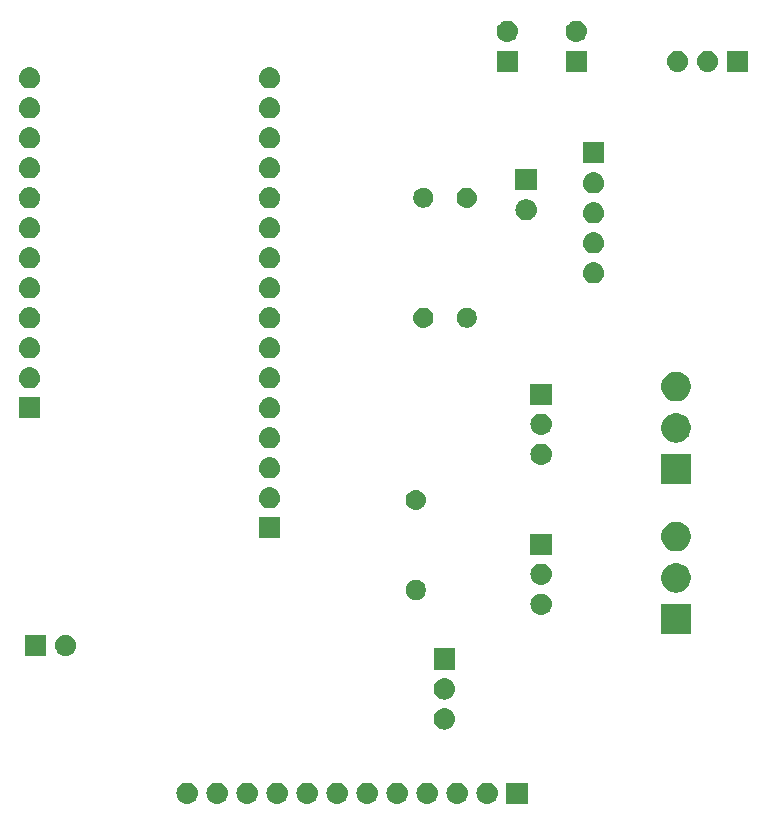
<source format=gbr>
G04 #@! TF.GenerationSoftware,KiCad,Pcbnew,5.0.2-bee76a0~70~ubuntu18.04.1*
G04 #@! TF.CreationDate,2019-07-28T20:14:29-04:00*
G04 #@! TF.ProjectId,knuth-gateway,6b6e7574-682d-4676-9174-657761792e6b,rev?*
G04 #@! TF.SameCoordinates,Original*
G04 #@! TF.FileFunction,Soldermask,Bot*
G04 #@! TF.FilePolarity,Negative*
%FSLAX46Y46*%
G04 Gerber Fmt 4.6, Leading zero omitted, Abs format (unit mm)*
G04 Created by KiCad (PCBNEW 5.0.2-bee76a0~70~ubuntu18.04.1) date Sun 28 Jul 2019 08:14:29 PM EDT*
%MOMM*%
%LPD*%
G01*
G04 APERTURE LIST*
%ADD10C,0.100000*%
G04 APERTURE END LIST*
D10*
G36*
X95868442Y-156204518D02*
X95934627Y-156211037D01*
X96047853Y-156245384D01*
X96104467Y-156262557D01*
X96243087Y-156336652D01*
X96260991Y-156346222D01*
X96296729Y-156375552D01*
X96398186Y-156458814D01*
X96481448Y-156560271D01*
X96510778Y-156596009D01*
X96510779Y-156596011D01*
X96594443Y-156752533D01*
X96594443Y-156752534D01*
X96645963Y-156922373D01*
X96663359Y-157099000D01*
X96645963Y-157275627D01*
X96611616Y-157388853D01*
X96594443Y-157445467D01*
X96520348Y-157584087D01*
X96510778Y-157601991D01*
X96481448Y-157637729D01*
X96398186Y-157739186D01*
X96296729Y-157822448D01*
X96260991Y-157851778D01*
X96260989Y-157851779D01*
X96104467Y-157935443D01*
X96047853Y-157952616D01*
X95934627Y-157986963D01*
X95868443Y-157993481D01*
X95802260Y-158000000D01*
X95713740Y-158000000D01*
X95647557Y-157993481D01*
X95581373Y-157986963D01*
X95468147Y-157952616D01*
X95411533Y-157935443D01*
X95255011Y-157851779D01*
X95255009Y-157851778D01*
X95219271Y-157822448D01*
X95117814Y-157739186D01*
X95034552Y-157637729D01*
X95005222Y-157601991D01*
X94995652Y-157584087D01*
X94921557Y-157445467D01*
X94904384Y-157388853D01*
X94870037Y-157275627D01*
X94852641Y-157099000D01*
X94870037Y-156922373D01*
X94921557Y-156752534D01*
X94921557Y-156752533D01*
X95005221Y-156596011D01*
X95005222Y-156596009D01*
X95034552Y-156560271D01*
X95117814Y-156458814D01*
X95219271Y-156375552D01*
X95255009Y-156346222D01*
X95272913Y-156336652D01*
X95411533Y-156262557D01*
X95468147Y-156245384D01*
X95581373Y-156211037D01*
X95647558Y-156204518D01*
X95713740Y-156198000D01*
X95802260Y-156198000D01*
X95868442Y-156204518D01*
X95868442Y-156204518D01*
G37*
G36*
X121268442Y-156204518D02*
X121334627Y-156211037D01*
X121447853Y-156245384D01*
X121504467Y-156262557D01*
X121643087Y-156336652D01*
X121660991Y-156346222D01*
X121696729Y-156375552D01*
X121798186Y-156458814D01*
X121881448Y-156560271D01*
X121910778Y-156596009D01*
X121910779Y-156596011D01*
X121994443Y-156752533D01*
X121994443Y-156752534D01*
X122045963Y-156922373D01*
X122063359Y-157099000D01*
X122045963Y-157275627D01*
X122011616Y-157388853D01*
X121994443Y-157445467D01*
X121920348Y-157584087D01*
X121910778Y-157601991D01*
X121881448Y-157637729D01*
X121798186Y-157739186D01*
X121696729Y-157822448D01*
X121660991Y-157851778D01*
X121660989Y-157851779D01*
X121504467Y-157935443D01*
X121447853Y-157952616D01*
X121334627Y-157986963D01*
X121268443Y-157993481D01*
X121202260Y-158000000D01*
X121113740Y-158000000D01*
X121047557Y-157993481D01*
X120981373Y-157986963D01*
X120868147Y-157952616D01*
X120811533Y-157935443D01*
X120655011Y-157851779D01*
X120655009Y-157851778D01*
X120619271Y-157822448D01*
X120517814Y-157739186D01*
X120434552Y-157637729D01*
X120405222Y-157601991D01*
X120395652Y-157584087D01*
X120321557Y-157445467D01*
X120304384Y-157388853D01*
X120270037Y-157275627D01*
X120252641Y-157099000D01*
X120270037Y-156922373D01*
X120321557Y-156752534D01*
X120321557Y-156752533D01*
X120405221Y-156596011D01*
X120405222Y-156596009D01*
X120434552Y-156560271D01*
X120517814Y-156458814D01*
X120619271Y-156375552D01*
X120655009Y-156346222D01*
X120672913Y-156336652D01*
X120811533Y-156262557D01*
X120868147Y-156245384D01*
X120981373Y-156211037D01*
X121047558Y-156204518D01*
X121113740Y-156198000D01*
X121202260Y-156198000D01*
X121268442Y-156204518D01*
X121268442Y-156204518D01*
G37*
G36*
X118728442Y-156204518D02*
X118794627Y-156211037D01*
X118907853Y-156245384D01*
X118964467Y-156262557D01*
X119103087Y-156336652D01*
X119120991Y-156346222D01*
X119156729Y-156375552D01*
X119258186Y-156458814D01*
X119341448Y-156560271D01*
X119370778Y-156596009D01*
X119370779Y-156596011D01*
X119454443Y-156752533D01*
X119454443Y-156752534D01*
X119505963Y-156922373D01*
X119523359Y-157099000D01*
X119505963Y-157275627D01*
X119471616Y-157388853D01*
X119454443Y-157445467D01*
X119380348Y-157584087D01*
X119370778Y-157601991D01*
X119341448Y-157637729D01*
X119258186Y-157739186D01*
X119156729Y-157822448D01*
X119120991Y-157851778D01*
X119120989Y-157851779D01*
X118964467Y-157935443D01*
X118907853Y-157952616D01*
X118794627Y-157986963D01*
X118728443Y-157993481D01*
X118662260Y-158000000D01*
X118573740Y-158000000D01*
X118507557Y-157993481D01*
X118441373Y-157986963D01*
X118328147Y-157952616D01*
X118271533Y-157935443D01*
X118115011Y-157851779D01*
X118115009Y-157851778D01*
X118079271Y-157822448D01*
X117977814Y-157739186D01*
X117894552Y-157637729D01*
X117865222Y-157601991D01*
X117855652Y-157584087D01*
X117781557Y-157445467D01*
X117764384Y-157388853D01*
X117730037Y-157275627D01*
X117712641Y-157099000D01*
X117730037Y-156922373D01*
X117781557Y-156752534D01*
X117781557Y-156752533D01*
X117865221Y-156596011D01*
X117865222Y-156596009D01*
X117894552Y-156560271D01*
X117977814Y-156458814D01*
X118079271Y-156375552D01*
X118115009Y-156346222D01*
X118132913Y-156336652D01*
X118271533Y-156262557D01*
X118328147Y-156245384D01*
X118441373Y-156211037D01*
X118507558Y-156204518D01*
X118573740Y-156198000D01*
X118662260Y-156198000D01*
X118728442Y-156204518D01*
X118728442Y-156204518D01*
G37*
G36*
X116188442Y-156204518D02*
X116254627Y-156211037D01*
X116367853Y-156245384D01*
X116424467Y-156262557D01*
X116563087Y-156336652D01*
X116580991Y-156346222D01*
X116616729Y-156375552D01*
X116718186Y-156458814D01*
X116801448Y-156560271D01*
X116830778Y-156596009D01*
X116830779Y-156596011D01*
X116914443Y-156752533D01*
X116914443Y-156752534D01*
X116965963Y-156922373D01*
X116983359Y-157099000D01*
X116965963Y-157275627D01*
X116931616Y-157388853D01*
X116914443Y-157445467D01*
X116840348Y-157584087D01*
X116830778Y-157601991D01*
X116801448Y-157637729D01*
X116718186Y-157739186D01*
X116616729Y-157822448D01*
X116580991Y-157851778D01*
X116580989Y-157851779D01*
X116424467Y-157935443D01*
X116367853Y-157952616D01*
X116254627Y-157986963D01*
X116188443Y-157993481D01*
X116122260Y-158000000D01*
X116033740Y-158000000D01*
X115967557Y-157993481D01*
X115901373Y-157986963D01*
X115788147Y-157952616D01*
X115731533Y-157935443D01*
X115575011Y-157851779D01*
X115575009Y-157851778D01*
X115539271Y-157822448D01*
X115437814Y-157739186D01*
X115354552Y-157637729D01*
X115325222Y-157601991D01*
X115315652Y-157584087D01*
X115241557Y-157445467D01*
X115224384Y-157388853D01*
X115190037Y-157275627D01*
X115172641Y-157099000D01*
X115190037Y-156922373D01*
X115241557Y-156752534D01*
X115241557Y-156752533D01*
X115325221Y-156596011D01*
X115325222Y-156596009D01*
X115354552Y-156560271D01*
X115437814Y-156458814D01*
X115539271Y-156375552D01*
X115575009Y-156346222D01*
X115592913Y-156336652D01*
X115731533Y-156262557D01*
X115788147Y-156245384D01*
X115901373Y-156211037D01*
X115967558Y-156204518D01*
X116033740Y-156198000D01*
X116122260Y-156198000D01*
X116188442Y-156204518D01*
X116188442Y-156204518D01*
G37*
G36*
X113648442Y-156204518D02*
X113714627Y-156211037D01*
X113827853Y-156245384D01*
X113884467Y-156262557D01*
X114023087Y-156336652D01*
X114040991Y-156346222D01*
X114076729Y-156375552D01*
X114178186Y-156458814D01*
X114261448Y-156560271D01*
X114290778Y-156596009D01*
X114290779Y-156596011D01*
X114374443Y-156752533D01*
X114374443Y-156752534D01*
X114425963Y-156922373D01*
X114443359Y-157099000D01*
X114425963Y-157275627D01*
X114391616Y-157388853D01*
X114374443Y-157445467D01*
X114300348Y-157584087D01*
X114290778Y-157601991D01*
X114261448Y-157637729D01*
X114178186Y-157739186D01*
X114076729Y-157822448D01*
X114040991Y-157851778D01*
X114040989Y-157851779D01*
X113884467Y-157935443D01*
X113827853Y-157952616D01*
X113714627Y-157986963D01*
X113648443Y-157993481D01*
X113582260Y-158000000D01*
X113493740Y-158000000D01*
X113427557Y-157993481D01*
X113361373Y-157986963D01*
X113248147Y-157952616D01*
X113191533Y-157935443D01*
X113035011Y-157851779D01*
X113035009Y-157851778D01*
X112999271Y-157822448D01*
X112897814Y-157739186D01*
X112814552Y-157637729D01*
X112785222Y-157601991D01*
X112775652Y-157584087D01*
X112701557Y-157445467D01*
X112684384Y-157388853D01*
X112650037Y-157275627D01*
X112632641Y-157099000D01*
X112650037Y-156922373D01*
X112701557Y-156752534D01*
X112701557Y-156752533D01*
X112785221Y-156596011D01*
X112785222Y-156596009D01*
X112814552Y-156560271D01*
X112897814Y-156458814D01*
X112999271Y-156375552D01*
X113035009Y-156346222D01*
X113052913Y-156336652D01*
X113191533Y-156262557D01*
X113248147Y-156245384D01*
X113361373Y-156211037D01*
X113427558Y-156204518D01*
X113493740Y-156198000D01*
X113582260Y-156198000D01*
X113648442Y-156204518D01*
X113648442Y-156204518D01*
G37*
G36*
X111108442Y-156204518D02*
X111174627Y-156211037D01*
X111287853Y-156245384D01*
X111344467Y-156262557D01*
X111483087Y-156336652D01*
X111500991Y-156346222D01*
X111536729Y-156375552D01*
X111638186Y-156458814D01*
X111721448Y-156560271D01*
X111750778Y-156596009D01*
X111750779Y-156596011D01*
X111834443Y-156752533D01*
X111834443Y-156752534D01*
X111885963Y-156922373D01*
X111903359Y-157099000D01*
X111885963Y-157275627D01*
X111851616Y-157388853D01*
X111834443Y-157445467D01*
X111760348Y-157584087D01*
X111750778Y-157601991D01*
X111721448Y-157637729D01*
X111638186Y-157739186D01*
X111536729Y-157822448D01*
X111500991Y-157851778D01*
X111500989Y-157851779D01*
X111344467Y-157935443D01*
X111287853Y-157952616D01*
X111174627Y-157986963D01*
X111108443Y-157993481D01*
X111042260Y-158000000D01*
X110953740Y-158000000D01*
X110887557Y-157993481D01*
X110821373Y-157986963D01*
X110708147Y-157952616D01*
X110651533Y-157935443D01*
X110495011Y-157851779D01*
X110495009Y-157851778D01*
X110459271Y-157822448D01*
X110357814Y-157739186D01*
X110274552Y-157637729D01*
X110245222Y-157601991D01*
X110235652Y-157584087D01*
X110161557Y-157445467D01*
X110144384Y-157388853D01*
X110110037Y-157275627D01*
X110092641Y-157099000D01*
X110110037Y-156922373D01*
X110161557Y-156752534D01*
X110161557Y-156752533D01*
X110245221Y-156596011D01*
X110245222Y-156596009D01*
X110274552Y-156560271D01*
X110357814Y-156458814D01*
X110459271Y-156375552D01*
X110495009Y-156346222D01*
X110512913Y-156336652D01*
X110651533Y-156262557D01*
X110708147Y-156245384D01*
X110821373Y-156211037D01*
X110887558Y-156204518D01*
X110953740Y-156198000D01*
X111042260Y-156198000D01*
X111108442Y-156204518D01*
X111108442Y-156204518D01*
G37*
G36*
X108568442Y-156204518D02*
X108634627Y-156211037D01*
X108747853Y-156245384D01*
X108804467Y-156262557D01*
X108943087Y-156336652D01*
X108960991Y-156346222D01*
X108996729Y-156375552D01*
X109098186Y-156458814D01*
X109181448Y-156560271D01*
X109210778Y-156596009D01*
X109210779Y-156596011D01*
X109294443Y-156752533D01*
X109294443Y-156752534D01*
X109345963Y-156922373D01*
X109363359Y-157099000D01*
X109345963Y-157275627D01*
X109311616Y-157388853D01*
X109294443Y-157445467D01*
X109220348Y-157584087D01*
X109210778Y-157601991D01*
X109181448Y-157637729D01*
X109098186Y-157739186D01*
X108996729Y-157822448D01*
X108960991Y-157851778D01*
X108960989Y-157851779D01*
X108804467Y-157935443D01*
X108747853Y-157952616D01*
X108634627Y-157986963D01*
X108568443Y-157993481D01*
X108502260Y-158000000D01*
X108413740Y-158000000D01*
X108347557Y-157993481D01*
X108281373Y-157986963D01*
X108168147Y-157952616D01*
X108111533Y-157935443D01*
X107955011Y-157851779D01*
X107955009Y-157851778D01*
X107919271Y-157822448D01*
X107817814Y-157739186D01*
X107734552Y-157637729D01*
X107705222Y-157601991D01*
X107695652Y-157584087D01*
X107621557Y-157445467D01*
X107604384Y-157388853D01*
X107570037Y-157275627D01*
X107552641Y-157099000D01*
X107570037Y-156922373D01*
X107621557Y-156752534D01*
X107621557Y-156752533D01*
X107705221Y-156596011D01*
X107705222Y-156596009D01*
X107734552Y-156560271D01*
X107817814Y-156458814D01*
X107919271Y-156375552D01*
X107955009Y-156346222D01*
X107972913Y-156336652D01*
X108111533Y-156262557D01*
X108168147Y-156245384D01*
X108281373Y-156211037D01*
X108347558Y-156204518D01*
X108413740Y-156198000D01*
X108502260Y-156198000D01*
X108568442Y-156204518D01*
X108568442Y-156204518D01*
G37*
G36*
X103488442Y-156204518D02*
X103554627Y-156211037D01*
X103667853Y-156245384D01*
X103724467Y-156262557D01*
X103863087Y-156336652D01*
X103880991Y-156346222D01*
X103916729Y-156375552D01*
X104018186Y-156458814D01*
X104101448Y-156560271D01*
X104130778Y-156596009D01*
X104130779Y-156596011D01*
X104214443Y-156752533D01*
X104214443Y-156752534D01*
X104265963Y-156922373D01*
X104283359Y-157099000D01*
X104265963Y-157275627D01*
X104231616Y-157388853D01*
X104214443Y-157445467D01*
X104140348Y-157584087D01*
X104130778Y-157601991D01*
X104101448Y-157637729D01*
X104018186Y-157739186D01*
X103916729Y-157822448D01*
X103880991Y-157851778D01*
X103880989Y-157851779D01*
X103724467Y-157935443D01*
X103667853Y-157952616D01*
X103554627Y-157986963D01*
X103488443Y-157993481D01*
X103422260Y-158000000D01*
X103333740Y-158000000D01*
X103267557Y-157993481D01*
X103201373Y-157986963D01*
X103088147Y-157952616D01*
X103031533Y-157935443D01*
X102875011Y-157851779D01*
X102875009Y-157851778D01*
X102839271Y-157822448D01*
X102737814Y-157739186D01*
X102654552Y-157637729D01*
X102625222Y-157601991D01*
X102615652Y-157584087D01*
X102541557Y-157445467D01*
X102524384Y-157388853D01*
X102490037Y-157275627D01*
X102472641Y-157099000D01*
X102490037Y-156922373D01*
X102541557Y-156752534D01*
X102541557Y-156752533D01*
X102625221Y-156596011D01*
X102625222Y-156596009D01*
X102654552Y-156560271D01*
X102737814Y-156458814D01*
X102839271Y-156375552D01*
X102875009Y-156346222D01*
X102892913Y-156336652D01*
X103031533Y-156262557D01*
X103088147Y-156245384D01*
X103201373Y-156211037D01*
X103267558Y-156204518D01*
X103333740Y-156198000D01*
X103422260Y-156198000D01*
X103488442Y-156204518D01*
X103488442Y-156204518D01*
G37*
G36*
X100948442Y-156204518D02*
X101014627Y-156211037D01*
X101127853Y-156245384D01*
X101184467Y-156262557D01*
X101323087Y-156336652D01*
X101340991Y-156346222D01*
X101376729Y-156375552D01*
X101478186Y-156458814D01*
X101561448Y-156560271D01*
X101590778Y-156596009D01*
X101590779Y-156596011D01*
X101674443Y-156752533D01*
X101674443Y-156752534D01*
X101725963Y-156922373D01*
X101743359Y-157099000D01*
X101725963Y-157275627D01*
X101691616Y-157388853D01*
X101674443Y-157445467D01*
X101600348Y-157584087D01*
X101590778Y-157601991D01*
X101561448Y-157637729D01*
X101478186Y-157739186D01*
X101376729Y-157822448D01*
X101340991Y-157851778D01*
X101340989Y-157851779D01*
X101184467Y-157935443D01*
X101127853Y-157952616D01*
X101014627Y-157986963D01*
X100948443Y-157993481D01*
X100882260Y-158000000D01*
X100793740Y-158000000D01*
X100727557Y-157993481D01*
X100661373Y-157986963D01*
X100548147Y-157952616D01*
X100491533Y-157935443D01*
X100335011Y-157851779D01*
X100335009Y-157851778D01*
X100299271Y-157822448D01*
X100197814Y-157739186D01*
X100114552Y-157637729D01*
X100085222Y-157601991D01*
X100075652Y-157584087D01*
X100001557Y-157445467D01*
X99984384Y-157388853D01*
X99950037Y-157275627D01*
X99932641Y-157099000D01*
X99950037Y-156922373D01*
X100001557Y-156752534D01*
X100001557Y-156752533D01*
X100085221Y-156596011D01*
X100085222Y-156596009D01*
X100114552Y-156560271D01*
X100197814Y-156458814D01*
X100299271Y-156375552D01*
X100335009Y-156346222D01*
X100352913Y-156336652D01*
X100491533Y-156262557D01*
X100548147Y-156245384D01*
X100661373Y-156211037D01*
X100727558Y-156204518D01*
X100793740Y-156198000D01*
X100882260Y-156198000D01*
X100948442Y-156204518D01*
X100948442Y-156204518D01*
G37*
G36*
X98408442Y-156204518D02*
X98474627Y-156211037D01*
X98587853Y-156245384D01*
X98644467Y-156262557D01*
X98783087Y-156336652D01*
X98800991Y-156346222D01*
X98836729Y-156375552D01*
X98938186Y-156458814D01*
X99021448Y-156560271D01*
X99050778Y-156596009D01*
X99050779Y-156596011D01*
X99134443Y-156752533D01*
X99134443Y-156752534D01*
X99185963Y-156922373D01*
X99203359Y-157099000D01*
X99185963Y-157275627D01*
X99151616Y-157388853D01*
X99134443Y-157445467D01*
X99060348Y-157584087D01*
X99050778Y-157601991D01*
X99021448Y-157637729D01*
X98938186Y-157739186D01*
X98836729Y-157822448D01*
X98800991Y-157851778D01*
X98800989Y-157851779D01*
X98644467Y-157935443D01*
X98587853Y-157952616D01*
X98474627Y-157986963D01*
X98408443Y-157993481D01*
X98342260Y-158000000D01*
X98253740Y-158000000D01*
X98187557Y-157993481D01*
X98121373Y-157986963D01*
X98008147Y-157952616D01*
X97951533Y-157935443D01*
X97795011Y-157851779D01*
X97795009Y-157851778D01*
X97759271Y-157822448D01*
X97657814Y-157739186D01*
X97574552Y-157637729D01*
X97545222Y-157601991D01*
X97535652Y-157584087D01*
X97461557Y-157445467D01*
X97444384Y-157388853D01*
X97410037Y-157275627D01*
X97392641Y-157099000D01*
X97410037Y-156922373D01*
X97461557Y-156752534D01*
X97461557Y-156752533D01*
X97545221Y-156596011D01*
X97545222Y-156596009D01*
X97574552Y-156560271D01*
X97657814Y-156458814D01*
X97759271Y-156375552D01*
X97795009Y-156346222D01*
X97812913Y-156336652D01*
X97951533Y-156262557D01*
X98008147Y-156245384D01*
X98121373Y-156211037D01*
X98187558Y-156204518D01*
X98253740Y-156198000D01*
X98342260Y-156198000D01*
X98408442Y-156204518D01*
X98408442Y-156204518D01*
G37*
G36*
X124599000Y-158000000D02*
X122797000Y-158000000D01*
X122797000Y-156198000D01*
X124599000Y-156198000D01*
X124599000Y-158000000D01*
X124599000Y-158000000D01*
G37*
G36*
X106028442Y-156204518D02*
X106094627Y-156211037D01*
X106207853Y-156245384D01*
X106264467Y-156262557D01*
X106403087Y-156336652D01*
X106420991Y-156346222D01*
X106456729Y-156375552D01*
X106558186Y-156458814D01*
X106641448Y-156560271D01*
X106670778Y-156596009D01*
X106670779Y-156596011D01*
X106754443Y-156752533D01*
X106754443Y-156752534D01*
X106805963Y-156922373D01*
X106823359Y-157099000D01*
X106805963Y-157275627D01*
X106771616Y-157388853D01*
X106754443Y-157445467D01*
X106680348Y-157584087D01*
X106670778Y-157601991D01*
X106641448Y-157637729D01*
X106558186Y-157739186D01*
X106456729Y-157822448D01*
X106420991Y-157851778D01*
X106420989Y-157851779D01*
X106264467Y-157935443D01*
X106207853Y-157952616D01*
X106094627Y-157986963D01*
X106028443Y-157993481D01*
X105962260Y-158000000D01*
X105873740Y-158000000D01*
X105807557Y-157993481D01*
X105741373Y-157986963D01*
X105628147Y-157952616D01*
X105571533Y-157935443D01*
X105415011Y-157851779D01*
X105415009Y-157851778D01*
X105379271Y-157822448D01*
X105277814Y-157739186D01*
X105194552Y-157637729D01*
X105165222Y-157601991D01*
X105155652Y-157584087D01*
X105081557Y-157445467D01*
X105064384Y-157388853D01*
X105030037Y-157275627D01*
X105012641Y-157099000D01*
X105030037Y-156922373D01*
X105081557Y-156752534D01*
X105081557Y-156752533D01*
X105165221Y-156596011D01*
X105165222Y-156596009D01*
X105194552Y-156560271D01*
X105277814Y-156458814D01*
X105379271Y-156375552D01*
X105415009Y-156346222D01*
X105432913Y-156336652D01*
X105571533Y-156262557D01*
X105628147Y-156245384D01*
X105741373Y-156211037D01*
X105807558Y-156204518D01*
X105873740Y-156198000D01*
X105962260Y-156198000D01*
X106028442Y-156204518D01*
X106028442Y-156204518D01*
G37*
G36*
X117648942Y-149918018D02*
X117715127Y-149924537D01*
X117828353Y-149958884D01*
X117884967Y-149976057D01*
X118023587Y-150050152D01*
X118041491Y-150059722D01*
X118077229Y-150089052D01*
X118178686Y-150172314D01*
X118261948Y-150273771D01*
X118291278Y-150309509D01*
X118291279Y-150309511D01*
X118374943Y-150466033D01*
X118374943Y-150466034D01*
X118426463Y-150635873D01*
X118443859Y-150812500D01*
X118426463Y-150989127D01*
X118392116Y-151102353D01*
X118374943Y-151158967D01*
X118300848Y-151297587D01*
X118291278Y-151315491D01*
X118261948Y-151351229D01*
X118178686Y-151452686D01*
X118077229Y-151535948D01*
X118041491Y-151565278D01*
X118041489Y-151565279D01*
X117884967Y-151648943D01*
X117828353Y-151666116D01*
X117715127Y-151700463D01*
X117648943Y-151706981D01*
X117582760Y-151713500D01*
X117494240Y-151713500D01*
X117428057Y-151706981D01*
X117361873Y-151700463D01*
X117248647Y-151666116D01*
X117192033Y-151648943D01*
X117035511Y-151565279D01*
X117035509Y-151565278D01*
X116999771Y-151535948D01*
X116898314Y-151452686D01*
X116815052Y-151351229D01*
X116785722Y-151315491D01*
X116776152Y-151297587D01*
X116702057Y-151158967D01*
X116684884Y-151102353D01*
X116650537Y-150989127D01*
X116633141Y-150812500D01*
X116650537Y-150635873D01*
X116702057Y-150466034D01*
X116702057Y-150466033D01*
X116785721Y-150309511D01*
X116785722Y-150309509D01*
X116815052Y-150273771D01*
X116898314Y-150172314D01*
X116999771Y-150089052D01*
X117035509Y-150059722D01*
X117053413Y-150050152D01*
X117192033Y-149976057D01*
X117248647Y-149958884D01*
X117361873Y-149924537D01*
X117428058Y-149918018D01*
X117494240Y-149911500D01*
X117582760Y-149911500D01*
X117648942Y-149918018D01*
X117648942Y-149918018D01*
G37*
G36*
X117648942Y-147378018D02*
X117715127Y-147384537D01*
X117828353Y-147418884D01*
X117884967Y-147436057D01*
X118023587Y-147510152D01*
X118041491Y-147519722D01*
X118077229Y-147549052D01*
X118178686Y-147632314D01*
X118261948Y-147733771D01*
X118291278Y-147769509D01*
X118291279Y-147769511D01*
X118374943Y-147926033D01*
X118374943Y-147926034D01*
X118426463Y-148095873D01*
X118443859Y-148272500D01*
X118426463Y-148449127D01*
X118392116Y-148562353D01*
X118374943Y-148618967D01*
X118300848Y-148757587D01*
X118291278Y-148775491D01*
X118261948Y-148811229D01*
X118178686Y-148912686D01*
X118077229Y-148995948D01*
X118041491Y-149025278D01*
X118041489Y-149025279D01*
X117884967Y-149108943D01*
X117828353Y-149126116D01*
X117715127Y-149160463D01*
X117648942Y-149166982D01*
X117582760Y-149173500D01*
X117494240Y-149173500D01*
X117428058Y-149166982D01*
X117361873Y-149160463D01*
X117248647Y-149126116D01*
X117192033Y-149108943D01*
X117035511Y-149025279D01*
X117035509Y-149025278D01*
X116999771Y-148995948D01*
X116898314Y-148912686D01*
X116815052Y-148811229D01*
X116785722Y-148775491D01*
X116776152Y-148757587D01*
X116702057Y-148618967D01*
X116684884Y-148562353D01*
X116650537Y-148449127D01*
X116633141Y-148272500D01*
X116650537Y-148095873D01*
X116702057Y-147926034D01*
X116702057Y-147926033D01*
X116785721Y-147769511D01*
X116785722Y-147769509D01*
X116815052Y-147733771D01*
X116898314Y-147632314D01*
X116999771Y-147549052D01*
X117035509Y-147519722D01*
X117053413Y-147510152D01*
X117192033Y-147436057D01*
X117248647Y-147418884D01*
X117361873Y-147384537D01*
X117428058Y-147378018D01*
X117494240Y-147371500D01*
X117582760Y-147371500D01*
X117648942Y-147378018D01*
X117648942Y-147378018D01*
G37*
G36*
X118439500Y-146633500D02*
X116637500Y-146633500D01*
X116637500Y-144831500D01*
X118439500Y-144831500D01*
X118439500Y-146633500D01*
X118439500Y-146633500D01*
G37*
G36*
X85581443Y-143695019D02*
X85647627Y-143701537D01*
X85760853Y-143735884D01*
X85817467Y-143753057D01*
X85956087Y-143827152D01*
X85973991Y-143836722D01*
X86009729Y-143866052D01*
X86111186Y-143949314D01*
X86194448Y-144050771D01*
X86223778Y-144086509D01*
X86223779Y-144086511D01*
X86307443Y-144243033D01*
X86307443Y-144243034D01*
X86358963Y-144412873D01*
X86376359Y-144589500D01*
X86358963Y-144766127D01*
X86339132Y-144831500D01*
X86307443Y-144935967D01*
X86233348Y-145074587D01*
X86223778Y-145092491D01*
X86194448Y-145128229D01*
X86111186Y-145229686D01*
X86009729Y-145312948D01*
X85973991Y-145342278D01*
X85973989Y-145342279D01*
X85817467Y-145425943D01*
X85760853Y-145443116D01*
X85647627Y-145477463D01*
X85581442Y-145483982D01*
X85515260Y-145490500D01*
X85426740Y-145490500D01*
X85360558Y-145483982D01*
X85294373Y-145477463D01*
X85181147Y-145443116D01*
X85124533Y-145425943D01*
X84968011Y-145342279D01*
X84968009Y-145342278D01*
X84932271Y-145312948D01*
X84830814Y-145229686D01*
X84747552Y-145128229D01*
X84718222Y-145092491D01*
X84708652Y-145074587D01*
X84634557Y-144935967D01*
X84602868Y-144831500D01*
X84583037Y-144766127D01*
X84565641Y-144589500D01*
X84583037Y-144412873D01*
X84634557Y-144243034D01*
X84634557Y-144243033D01*
X84718221Y-144086511D01*
X84718222Y-144086509D01*
X84747552Y-144050771D01*
X84830814Y-143949314D01*
X84932271Y-143866052D01*
X84968009Y-143836722D01*
X84985913Y-143827152D01*
X85124533Y-143753057D01*
X85181147Y-143735884D01*
X85294373Y-143701537D01*
X85360557Y-143695019D01*
X85426740Y-143688500D01*
X85515260Y-143688500D01*
X85581443Y-143695019D01*
X85581443Y-143695019D01*
G37*
G36*
X83832000Y-145490500D02*
X82030000Y-145490500D01*
X82030000Y-143688500D01*
X83832000Y-143688500D01*
X83832000Y-145490500D01*
X83832000Y-145490500D01*
G37*
G36*
X138411000Y-143618000D02*
X135909000Y-143618000D01*
X135909000Y-141116000D01*
X138411000Y-141116000D01*
X138411000Y-143618000D01*
X138411000Y-143618000D01*
G37*
G36*
X125840442Y-140202518D02*
X125906627Y-140209037D01*
X126019853Y-140243384D01*
X126076467Y-140260557D01*
X126138285Y-140293600D01*
X126232991Y-140344222D01*
X126268729Y-140373552D01*
X126370186Y-140456814D01*
X126447903Y-140551514D01*
X126482778Y-140594009D01*
X126482779Y-140594011D01*
X126566443Y-140750533D01*
X126566443Y-140750534D01*
X126617963Y-140920373D01*
X126635359Y-141097000D01*
X126617963Y-141273627D01*
X126583616Y-141386853D01*
X126566443Y-141443467D01*
X126492348Y-141582087D01*
X126482778Y-141599991D01*
X126453448Y-141635729D01*
X126370186Y-141737186D01*
X126268729Y-141820448D01*
X126232991Y-141849778D01*
X126232989Y-141849779D01*
X126076467Y-141933443D01*
X126019853Y-141950616D01*
X125906627Y-141984963D01*
X125840443Y-141991481D01*
X125774260Y-141998000D01*
X125685740Y-141998000D01*
X125619557Y-141991481D01*
X125553373Y-141984963D01*
X125440147Y-141950616D01*
X125383533Y-141933443D01*
X125227011Y-141849779D01*
X125227009Y-141849778D01*
X125191271Y-141820448D01*
X125089814Y-141737186D01*
X125006552Y-141635729D01*
X124977222Y-141599991D01*
X124967652Y-141582087D01*
X124893557Y-141443467D01*
X124876384Y-141386853D01*
X124842037Y-141273627D01*
X124824641Y-141097000D01*
X124842037Y-140920373D01*
X124893557Y-140750534D01*
X124893557Y-140750533D01*
X124977221Y-140594011D01*
X124977222Y-140594009D01*
X125012097Y-140551514D01*
X125089814Y-140456814D01*
X125191271Y-140373552D01*
X125227009Y-140344222D01*
X125321715Y-140293600D01*
X125383533Y-140260557D01*
X125440147Y-140243384D01*
X125553373Y-140209037D01*
X125619558Y-140202518D01*
X125685740Y-140196000D01*
X125774260Y-140196000D01*
X125840442Y-140202518D01*
X125840442Y-140202518D01*
G37*
G36*
X115373728Y-139072203D02*
X115528600Y-139136353D01*
X115667981Y-139229485D01*
X115786515Y-139348019D01*
X115879647Y-139487400D01*
X115943797Y-139642272D01*
X115976500Y-139806684D01*
X115976500Y-139974316D01*
X115943797Y-140138728D01*
X115879647Y-140293600D01*
X115786515Y-140432981D01*
X115667981Y-140551515D01*
X115528600Y-140644647D01*
X115373728Y-140708797D01*
X115209316Y-140741500D01*
X115041684Y-140741500D01*
X114877272Y-140708797D01*
X114722400Y-140644647D01*
X114583019Y-140551515D01*
X114464485Y-140432981D01*
X114371353Y-140293600D01*
X114307203Y-140138728D01*
X114274500Y-139974316D01*
X114274500Y-139806684D01*
X114307203Y-139642272D01*
X114371353Y-139487400D01*
X114464485Y-139348019D01*
X114583019Y-139229485D01*
X114722400Y-139136353D01*
X114877272Y-139072203D01*
X115041684Y-139039500D01*
X115209316Y-139039500D01*
X115373728Y-139072203D01*
X115373728Y-139072203D01*
G37*
G36*
X137343636Y-137628019D02*
X137524903Y-137664075D01*
X137752571Y-137758378D01*
X137956542Y-137894668D01*
X137957469Y-137895287D01*
X138131713Y-138069531D01*
X138131715Y-138069534D01*
X138268622Y-138274429D01*
X138362925Y-138502097D01*
X138411000Y-138743787D01*
X138411000Y-138990213D01*
X138362925Y-139231903D01*
X138268622Y-139459571D01*
X138146545Y-139642272D01*
X138131713Y-139664469D01*
X137957469Y-139838713D01*
X137957466Y-139838715D01*
X137752571Y-139975622D01*
X137524903Y-140069925D01*
X137343635Y-140105981D01*
X137283214Y-140118000D01*
X137036786Y-140118000D01*
X136976365Y-140105981D01*
X136795097Y-140069925D01*
X136567429Y-139975622D01*
X136362534Y-139838715D01*
X136362531Y-139838713D01*
X136188287Y-139664469D01*
X136173455Y-139642272D01*
X136051378Y-139459571D01*
X135957075Y-139231903D01*
X135909000Y-138990213D01*
X135909000Y-138743787D01*
X135957075Y-138502097D01*
X136051378Y-138274429D01*
X136188285Y-138069534D01*
X136188287Y-138069531D01*
X136362531Y-137895287D01*
X136363458Y-137894668D01*
X136567429Y-137758378D01*
X136795097Y-137664075D01*
X136976364Y-137628019D01*
X137036786Y-137616000D01*
X137283214Y-137616000D01*
X137343636Y-137628019D01*
X137343636Y-137628019D01*
G37*
G36*
X125840442Y-137662518D02*
X125906627Y-137669037D01*
X126019853Y-137703384D01*
X126076467Y-137720557D01*
X126215087Y-137794652D01*
X126232991Y-137804222D01*
X126268729Y-137833552D01*
X126370186Y-137916814D01*
X126453448Y-138018271D01*
X126482778Y-138054009D01*
X126482779Y-138054011D01*
X126566443Y-138210533D01*
X126566443Y-138210534D01*
X126617963Y-138380373D01*
X126635359Y-138557000D01*
X126617963Y-138733627D01*
X126583616Y-138846853D01*
X126566443Y-138903467D01*
X126520075Y-138990214D01*
X126482778Y-139059991D01*
X126472755Y-139072204D01*
X126370186Y-139197186D01*
X126268729Y-139280448D01*
X126232991Y-139309778D01*
X126232989Y-139309779D01*
X126076467Y-139393443D01*
X126019853Y-139410616D01*
X125906627Y-139444963D01*
X125840442Y-139451482D01*
X125774260Y-139458000D01*
X125685740Y-139458000D01*
X125619558Y-139451482D01*
X125553373Y-139444963D01*
X125440147Y-139410616D01*
X125383533Y-139393443D01*
X125227011Y-139309779D01*
X125227009Y-139309778D01*
X125191271Y-139280448D01*
X125089814Y-139197186D01*
X124987245Y-139072204D01*
X124977222Y-139059991D01*
X124939925Y-138990214D01*
X124893557Y-138903467D01*
X124876384Y-138846853D01*
X124842037Y-138733627D01*
X124824641Y-138557000D01*
X124842037Y-138380373D01*
X124893557Y-138210534D01*
X124893557Y-138210533D01*
X124977221Y-138054011D01*
X124977222Y-138054009D01*
X125006552Y-138018271D01*
X125089814Y-137916814D01*
X125191271Y-137833552D01*
X125227009Y-137804222D01*
X125244913Y-137794652D01*
X125383533Y-137720557D01*
X125440147Y-137703384D01*
X125553373Y-137669037D01*
X125619558Y-137662518D01*
X125685740Y-137656000D01*
X125774260Y-137656000D01*
X125840442Y-137662518D01*
X125840442Y-137662518D01*
G37*
G36*
X126631000Y-136918000D02*
X124829000Y-136918000D01*
X124829000Y-135116000D01*
X126631000Y-135116000D01*
X126631000Y-136918000D01*
X126631000Y-136918000D01*
G37*
G36*
X137343636Y-134128019D02*
X137524903Y-134164075D01*
X137752571Y-134258378D01*
X137956542Y-134394668D01*
X137957469Y-134395287D01*
X138131713Y-134569531D01*
X138131715Y-134569534D01*
X138268622Y-134774429D01*
X138362925Y-135002097D01*
X138411000Y-135243787D01*
X138411000Y-135490213D01*
X138362925Y-135731903D01*
X138268622Y-135959571D01*
X138132332Y-136163542D01*
X138131713Y-136164469D01*
X137957469Y-136338713D01*
X137957466Y-136338715D01*
X137752571Y-136475622D01*
X137524903Y-136569925D01*
X137343635Y-136605981D01*
X137283214Y-136618000D01*
X137036786Y-136618000D01*
X136976365Y-136605981D01*
X136795097Y-136569925D01*
X136567429Y-136475622D01*
X136362534Y-136338715D01*
X136362531Y-136338713D01*
X136188287Y-136164469D01*
X136187668Y-136163542D01*
X136051378Y-135959571D01*
X135957075Y-135731903D01*
X135909000Y-135490213D01*
X135909000Y-135243787D01*
X135957075Y-135002097D01*
X136051378Y-134774429D01*
X136188285Y-134569534D01*
X136188287Y-134569531D01*
X136362531Y-134395287D01*
X136363458Y-134394668D01*
X136567429Y-134258378D01*
X136795097Y-134164075D01*
X136976364Y-134128019D01*
X137036786Y-134116000D01*
X137283214Y-134116000D01*
X137343636Y-134128019D01*
X137343636Y-134128019D01*
G37*
G36*
X103644000Y-135521000D02*
X101842000Y-135521000D01*
X101842000Y-133719000D01*
X103644000Y-133719000D01*
X103644000Y-135521000D01*
X103644000Y-135521000D01*
G37*
G36*
X115292321Y-131431813D02*
X115292324Y-131431814D01*
X115292325Y-131431814D01*
X115452739Y-131480475D01*
X115452741Y-131480476D01*
X115452744Y-131480477D01*
X115600578Y-131559495D01*
X115730159Y-131665841D01*
X115836505Y-131795422D01*
X115915523Y-131943256D01*
X115964187Y-132103679D01*
X115980617Y-132270500D01*
X115964187Y-132437321D01*
X115964186Y-132437324D01*
X115964186Y-132437325D01*
X115919999Y-132582991D01*
X115915523Y-132597744D01*
X115836505Y-132745578D01*
X115730159Y-132875159D01*
X115600578Y-132981505D01*
X115452744Y-133060523D01*
X115452741Y-133060524D01*
X115452739Y-133060525D01*
X115292325Y-133109186D01*
X115292324Y-133109186D01*
X115292321Y-133109187D01*
X115167304Y-133121500D01*
X115083696Y-133121500D01*
X114958679Y-133109187D01*
X114958676Y-133109186D01*
X114958675Y-133109186D01*
X114798261Y-133060525D01*
X114798259Y-133060524D01*
X114798256Y-133060523D01*
X114650422Y-132981505D01*
X114520841Y-132875159D01*
X114414495Y-132745578D01*
X114335477Y-132597744D01*
X114331002Y-132582991D01*
X114286814Y-132437325D01*
X114286814Y-132437324D01*
X114286813Y-132437321D01*
X114270383Y-132270500D01*
X114286813Y-132103679D01*
X114335477Y-131943256D01*
X114414495Y-131795422D01*
X114520841Y-131665841D01*
X114650422Y-131559495D01*
X114798256Y-131480477D01*
X114798259Y-131480476D01*
X114798261Y-131480475D01*
X114958675Y-131431814D01*
X114958676Y-131431814D01*
X114958679Y-131431813D01*
X115083696Y-131419500D01*
X115167304Y-131419500D01*
X115292321Y-131431813D01*
X115292321Y-131431813D01*
G37*
G36*
X102853442Y-131185518D02*
X102919627Y-131192037D01*
X103032853Y-131226384D01*
X103089467Y-131243557D01*
X103228087Y-131317652D01*
X103245991Y-131327222D01*
X103281729Y-131356552D01*
X103383186Y-131439814D01*
X103466448Y-131541271D01*
X103495778Y-131577009D01*
X103495779Y-131577011D01*
X103579443Y-131733533D01*
X103579443Y-131733534D01*
X103630963Y-131903373D01*
X103648359Y-132080000D01*
X103630963Y-132256627D01*
X103596616Y-132369853D01*
X103579443Y-132426467D01*
X103573641Y-132437321D01*
X103495778Y-132582991D01*
X103483670Y-132597744D01*
X103383186Y-132720186D01*
X103281729Y-132803448D01*
X103245991Y-132832778D01*
X103245989Y-132832779D01*
X103089467Y-132916443D01*
X103032853Y-132933616D01*
X102919627Y-132967963D01*
X102853443Y-132974481D01*
X102787260Y-132981000D01*
X102698740Y-132981000D01*
X102632557Y-132974481D01*
X102566373Y-132967963D01*
X102453147Y-132933616D01*
X102396533Y-132916443D01*
X102240011Y-132832779D01*
X102240009Y-132832778D01*
X102204271Y-132803448D01*
X102102814Y-132720186D01*
X102002330Y-132597744D01*
X101990222Y-132582991D01*
X101912359Y-132437321D01*
X101906557Y-132426467D01*
X101889384Y-132369853D01*
X101855037Y-132256627D01*
X101837641Y-132080000D01*
X101855037Y-131903373D01*
X101906557Y-131733534D01*
X101906557Y-131733533D01*
X101990221Y-131577011D01*
X101990222Y-131577009D01*
X102019552Y-131541271D01*
X102102814Y-131439814D01*
X102204271Y-131356552D01*
X102240009Y-131327222D01*
X102257913Y-131317652D01*
X102396533Y-131243557D01*
X102453147Y-131226384D01*
X102566373Y-131192037D01*
X102632558Y-131185518D01*
X102698740Y-131179000D01*
X102787260Y-131179000D01*
X102853442Y-131185518D01*
X102853442Y-131185518D01*
G37*
G36*
X138411000Y-130918000D02*
X135909000Y-130918000D01*
X135909000Y-128416000D01*
X138411000Y-128416000D01*
X138411000Y-130918000D01*
X138411000Y-130918000D01*
G37*
G36*
X102853443Y-128645519D02*
X102919627Y-128652037D01*
X103032853Y-128686384D01*
X103089467Y-128703557D01*
X103164130Y-128743466D01*
X103245991Y-128787222D01*
X103281729Y-128816552D01*
X103383186Y-128899814D01*
X103466448Y-129001271D01*
X103495778Y-129037009D01*
X103495779Y-129037011D01*
X103579443Y-129193533D01*
X103579443Y-129193534D01*
X103630963Y-129363373D01*
X103648359Y-129540000D01*
X103630963Y-129716627D01*
X103596616Y-129829853D01*
X103579443Y-129886467D01*
X103505348Y-130025087D01*
X103495778Y-130042991D01*
X103466448Y-130078729D01*
X103383186Y-130180186D01*
X103281729Y-130263448D01*
X103245991Y-130292778D01*
X103245989Y-130292779D01*
X103089467Y-130376443D01*
X103032853Y-130393616D01*
X102919627Y-130427963D01*
X102853443Y-130434481D01*
X102787260Y-130441000D01*
X102698740Y-130441000D01*
X102632557Y-130434481D01*
X102566373Y-130427963D01*
X102453147Y-130393616D01*
X102396533Y-130376443D01*
X102240011Y-130292779D01*
X102240009Y-130292778D01*
X102204271Y-130263448D01*
X102102814Y-130180186D01*
X102019552Y-130078729D01*
X101990222Y-130042991D01*
X101980652Y-130025087D01*
X101906557Y-129886467D01*
X101889384Y-129829853D01*
X101855037Y-129716627D01*
X101837641Y-129540000D01*
X101855037Y-129363373D01*
X101906557Y-129193534D01*
X101906557Y-129193533D01*
X101990221Y-129037011D01*
X101990222Y-129037009D01*
X102019552Y-129001271D01*
X102102814Y-128899814D01*
X102204271Y-128816552D01*
X102240009Y-128787222D01*
X102321870Y-128743466D01*
X102396533Y-128703557D01*
X102453147Y-128686384D01*
X102566373Y-128652037D01*
X102632557Y-128645519D01*
X102698740Y-128639000D01*
X102787260Y-128639000D01*
X102853443Y-128645519D01*
X102853443Y-128645519D01*
G37*
G36*
X125840443Y-127502519D02*
X125906627Y-127509037D01*
X126019853Y-127543384D01*
X126076467Y-127560557D01*
X126215087Y-127634652D01*
X126232991Y-127644222D01*
X126268729Y-127673552D01*
X126370186Y-127756814D01*
X126453448Y-127858271D01*
X126482778Y-127894009D01*
X126482779Y-127894011D01*
X126566443Y-128050533D01*
X126566443Y-128050534D01*
X126617963Y-128220373D01*
X126635359Y-128397000D01*
X126617963Y-128573627D01*
X126583616Y-128686853D01*
X126566443Y-128743467D01*
X126543055Y-128787222D01*
X126482778Y-128899991D01*
X126453448Y-128935729D01*
X126370186Y-129037186D01*
X126268729Y-129120448D01*
X126232991Y-129149778D01*
X126232989Y-129149779D01*
X126076467Y-129233443D01*
X126019853Y-129250616D01*
X125906627Y-129284963D01*
X125840443Y-129291481D01*
X125774260Y-129298000D01*
X125685740Y-129298000D01*
X125619557Y-129291481D01*
X125553373Y-129284963D01*
X125440147Y-129250616D01*
X125383533Y-129233443D01*
X125227011Y-129149779D01*
X125227009Y-129149778D01*
X125191271Y-129120448D01*
X125089814Y-129037186D01*
X125006552Y-128935729D01*
X124977222Y-128899991D01*
X124916945Y-128787222D01*
X124893557Y-128743467D01*
X124876384Y-128686853D01*
X124842037Y-128573627D01*
X124824641Y-128397000D01*
X124842037Y-128220373D01*
X124893557Y-128050534D01*
X124893557Y-128050533D01*
X124977221Y-127894011D01*
X124977222Y-127894009D01*
X125006552Y-127858271D01*
X125089814Y-127756814D01*
X125191271Y-127673552D01*
X125227009Y-127644222D01*
X125244913Y-127634652D01*
X125383533Y-127560557D01*
X125440147Y-127543384D01*
X125553373Y-127509037D01*
X125619557Y-127502519D01*
X125685740Y-127496000D01*
X125774260Y-127496000D01*
X125840443Y-127502519D01*
X125840443Y-127502519D01*
G37*
G36*
X102853443Y-126105519D02*
X102919627Y-126112037D01*
X103032853Y-126146384D01*
X103089467Y-126163557D01*
X103164130Y-126203466D01*
X103245991Y-126247222D01*
X103281729Y-126276552D01*
X103383186Y-126359814D01*
X103466448Y-126461271D01*
X103495778Y-126497009D01*
X103495779Y-126497011D01*
X103579443Y-126653533D01*
X103579443Y-126653534D01*
X103630963Y-126823373D01*
X103648359Y-127000000D01*
X103630963Y-127176627D01*
X103600933Y-127275622D01*
X103579443Y-127346467D01*
X103566904Y-127369925D01*
X103495778Y-127502991D01*
X103490816Y-127509037D01*
X103383186Y-127640186D01*
X103281729Y-127723448D01*
X103245991Y-127752778D01*
X103245989Y-127752779D01*
X103089467Y-127836443D01*
X103032853Y-127853616D01*
X102919627Y-127887963D01*
X102853442Y-127894482D01*
X102787260Y-127901000D01*
X102698740Y-127901000D01*
X102632558Y-127894482D01*
X102566373Y-127887963D01*
X102453147Y-127853616D01*
X102396533Y-127836443D01*
X102240011Y-127752779D01*
X102240009Y-127752778D01*
X102204271Y-127723448D01*
X102102814Y-127640186D01*
X101995184Y-127509037D01*
X101990222Y-127502991D01*
X101919096Y-127369925D01*
X101906557Y-127346467D01*
X101885067Y-127275622D01*
X101855037Y-127176627D01*
X101837641Y-127000000D01*
X101855037Y-126823373D01*
X101906557Y-126653534D01*
X101906557Y-126653533D01*
X101990221Y-126497011D01*
X101990222Y-126497009D01*
X102019552Y-126461271D01*
X102102814Y-126359814D01*
X102204271Y-126276552D01*
X102240009Y-126247222D01*
X102321870Y-126203466D01*
X102396533Y-126163557D01*
X102453147Y-126146384D01*
X102566373Y-126112037D01*
X102632557Y-126105519D01*
X102698740Y-126099000D01*
X102787260Y-126099000D01*
X102853443Y-126105519D01*
X102853443Y-126105519D01*
G37*
G36*
X137343635Y-124928019D02*
X137524903Y-124964075D01*
X137752571Y-125058378D01*
X137956542Y-125194668D01*
X137957469Y-125195287D01*
X138131713Y-125369531D01*
X138131715Y-125369534D01*
X138268622Y-125574429D01*
X138362925Y-125802097D01*
X138411000Y-126043787D01*
X138411000Y-126290213D01*
X138362925Y-126531903D01*
X138268622Y-126759571D01*
X138225989Y-126823375D01*
X138131713Y-126964469D01*
X137957469Y-127138713D01*
X137957466Y-127138715D01*
X137752571Y-127275622D01*
X137524903Y-127369925D01*
X137343635Y-127405981D01*
X137283214Y-127418000D01*
X137036786Y-127418000D01*
X136976365Y-127405981D01*
X136795097Y-127369925D01*
X136567429Y-127275622D01*
X136362534Y-127138715D01*
X136362531Y-127138713D01*
X136188287Y-126964469D01*
X136094011Y-126823375D01*
X136051378Y-126759571D01*
X135957075Y-126531903D01*
X135909000Y-126290213D01*
X135909000Y-126043787D01*
X135957075Y-125802097D01*
X136051378Y-125574429D01*
X136188285Y-125369534D01*
X136188287Y-125369531D01*
X136362531Y-125195287D01*
X136363458Y-125194668D01*
X136567429Y-125058378D01*
X136795097Y-124964075D01*
X136976365Y-124928019D01*
X137036786Y-124916000D01*
X137283214Y-124916000D01*
X137343635Y-124928019D01*
X137343635Y-124928019D01*
G37*
G36*
X125840443Y-124962519D02*
X125906627Y-124969037D01*
X126019853Y-125003384D01*
X126076467Y-125020557D01*
X126215087Y-125094652D01*
X126232991Y-125104222D01*
X126268729Y-125133552D01*
X126370186Y-125216814D01*
X126453448Y-125318271D01*
X126482778Y-125354009D01*
X126482779Y-125354011D01*
X126566443Y-125510533D01*
X126566443Y-125510534D01*
X126617963Y-125680373D01*
X126635359Y-125857000D01*
X126617963Y-126033627D01*
X126583616Y-126146853D01*
X126566443Y-126203467D01*
X126520075Y-126290214D01*
X126482778Y-126359991D01*
X126453448Y-126395729D01*
X126370186Y-126497186D01*
X126268729Y-126580448D01*
X126232991Y-126609778D01*
X126232989Y-126609779D01*
X126076467Y-126693443D01*
X126019853Y-126710616D01*
X125906627Y-126744963D01*
X125840442Y-126751482D01*
X125774260Y-126758000D01*
X125685740Y-126758000D01*
X125619558Y-126751482D01*
X125553373Y-126744963D01*
X125440147Y-126710616D01*
X125383533Y-126693443D01*
X125227011Y-126609779D01*
X125227009Y-126609778D01*
X125191271Y-126580448D01*
X125089814Y-126497186D01*
X125006552Y-126395729D01*
X124977222Y-126359991D01*
X124939925Y-126290214D01*
X124893557Y-126203467D01*
X124876384Y-126146853D01*
X124842037Y-126033627D01*
X124824641Y-125857000D01*
X124842037Y-125680373D01*
X124893557Y-125510534D01*
X124893557Y-125510533D01*
X124977221Y-125354011D01*
X124977222Y-125354009D01*
X125006552Y-125318271D01*
X125089814Y-125216814D01*
X125191271Y-125133552D01*
X125227009Y-125104222D01*
X125244913Y-125094652D01*
X125383533Y-125020557D01*
X125440147Y-125003384D01*
X125553373Y-124969037D01*
X125619557Y-124962519D01*
X125685740Y-124956000D01*
X125774260Y-124956000D01*
X125840443Y-124962519D01*
X125840443Y-124962519D01*
G37*
G36*
X102853442Y-123565518D02*
X102919627Y-123572037D01*
X103032853Y-123606384D01*
X103089467Y-123623557D01*
X103228087Y-123697652D01*
X103245991Y-123707222D01*
X103281729Y-123736552D01*
X103383186Y-123819814D01*
X103424310Y-123869925D01*
X103495778Y-123957009D01*
X103495779Y-123957011D01*
X103579443Y-124113533D01*
X103579443Y-124113534D01*
X103630963Y-124283373D01*
X103648359Y-124460000D01*
X103630963Y-124636627D01*
X103596616Y-124749853D01*
X103579443Y-124806467D01*
X103505348Y-124945087D01*
X103495778Y-124962991D01*
X103494888Y-124964075D01*
X103383186Y-125100186D01*
X103281729Y-125183448D01*
X103245991Y-125212778D01*
X103245989Y-125212779D01*
X103089467Y-125296443D01*
X103032853Y-125313616D01*
X102919627Y-125347963D01*
X102853442Y-125354482D01*
X102787260Y-125361000D01*
X102698740Y-125361000D01*
X102632558Y-125354482D01*
X102566373Y-125347963D01*
X102453147Y-125313616D01*
X102396533Y-125296443D01*
X102240011Y-125212779D01*
X102240009Y-125212778D01*
X102204271Y-125183448D01*
X102102814Y-125100186D01*
X101991112Y-124964075D01*
X101990222Y-124962991D01*
X101980652Y-124945087D01*
X101906557Y-124806467D01*
X101889384Y-124749853D01*
X101855037Y-124636627D01*
X101837641Y-124460000D01*
X101855037Y-124283373D01*
X101906557Y-124113534D01*
X101906557Y-124113533D01*
X101990221Y-123957011D01*
X101990222Y-123957009D01*
X102061690Y-123869925D01*
X102102814Y-123819814D01*
X102204271Y-123736552D01*
X102240009Y-123707222D01*
X102257913Y-123697652D01*
X102396533Y-123623557D01*
X102453147Y-123606384D01*
X102566373Y-123572037D01*
X102632558Y-123565518D01*
X102698740Y-123559000D01*
X102787260Y-123559000D01*
X102853442Y-123565518D01*
X102853442Y-123565518D01*
G37*
G36*
X83324000Y-125361000D02*
X81522000Y-125361000D01*
X81522000Y-123559000D01*
X83324000Y-123559000D01*
X83324000Y-125361000D01*
X83324000Y-125361000D01*
G37*
G36*
X126631000Y-124218000D02*
X124829000Y-124218000D01*
X124829000Y-122416000D01*
X126631000Y-122416000D01*
X126631000Y-124218000D01*
X126631000Y-124218000D01*
G37*
G36*
X137343636Y-121428019D02*
X137524903Y-121464075D01*
X137752571Y-121558378D01*
X137956542Y-121694668D01*
X137957469Y-121695287D01*
X138131713Y-121869531D01*
X138131715Y-121869534D01*
X138268622Y-122074429D01*
X138362925Y-122302097D01*
X138411000Y-122543787D01*
X138411000Y-122790213D01*
X138362925Y-123031903D01*
X138268622Y-123259571D01*
X138132332Y-123463542D01*
X138131713Y-123464469D01*
X137957469Y-123638713D01*
X137957466Y-123638715D01*
X137752571Y-123775622D01*
X137524903Y-123869925D01*
X137343636Y-123905981D01*
X137283214Y-123918000D01*
X137036786Y-123918000D01*
X136976364Y-123905981D01*
X136795097Y-123869925D01*
X136567429Y-123775622D01*
X136362534Y-123638715D01*
X136362531Y-123638713D01*
X136188287Y-123464469D01*
X136187668Y-123463542D01*
X136051378Y-123259571D01*
X135957075Y-123031903D01*
X135909000Y-122790213D01*
X135909000Y-122543787D01*
X135957075Y-122302097D01*
X136051378Y-122074429D01*
X136188285Y-121869534D01*
X136188287Y-121869531D01*
X136362531Y-121695287D01*
X136363458Y-121694668D01*
X136567429Y-121558378D01*
X136795097Y-121464075D01*
X136976364Y-121428019D01*
X137036786Y-121416000D01*
X137283214Y-121416000D01*
X137343636Y-121428019D01*
X137343636Y-121428019D01*
G37*
G36*
X82533442Y-121025518D02*
X82599627Y-121032037D01*
X82712853Y-121066384D01*
X82769467Y-121083557D01*
X82908087Y-121157652D01*
X82925991Y-121167222D01*
X82961729Y-121196552D01*
X83063186Y-121279814D01*
X83146448Y-121381271D01*
X83175778Y-121417009D01*
X83175779Y-121417011D01*
X83259443Y-121573533D01*
X83259443Y-121573534D01*
X83310963Y-121743373D01*
X83328359Y-121920000D01*
X83310963Y-122096627D01*
X83276616Y-122209853D01*
X83259443Y-122266467D01*
X83240398Y-122302097D01*
X83175778Y-122422991D01*
X83146448Y-122458729D01*
X83063186Y-122560186D01*
X82961729Y-122643448D01*
X82925991Y-122672778D01*
X82925989Y-122672779D01*
X82769467Y-122756443D01*
X82712853Y-122773616D01*
X82599627Y-122807963D01*
X82533443Y-122814481D01*
X82467260Y-122821000D01*
X82378740Y-122821000D01*
X82312557Y-122814481D01*
X82246373Y-122807963D01*
X82133147Y-122773616D01*
X82076533Y-122756443D01*
X81920011Y-122672779D01*
X81920009Y-122672778D01*
X81884271Y-122643448D01*
X81782814Y-122560186D01*
X81699552Y-122458729D01*
X81670222Y-122422991D01*
X81605602Y-122302097D01*
X81586557Y-122266467D01*
X81569384Y-122209853D01*
X81535037Y-122096627D01*
X81517641Y-121920000D01*
X81535037Y-121743373D01*
X81586557Y-121573534D01*
X81586557Y-121573533D01*
X81670221Y-121417011D01*
X81670222Y-121417009D01*
X81699552Y-121381271D01*
X81782814Y-121279814D01*
X81884271Y-121196552D01*
X81920009Y-121167222D01*
X81937913Y-121157652D01*
X82076533Y-121083557D01*
X82133147Y-121066384D01*
X82246373Y-121032037D01*
X82312558Y-121025518D01*
X82378740Y-121019000D01*
X82467260Y-121019000D01*
X82533442Y-121025518D01*
X82533442Y-121025518D01*
G37*
G36*
X102853442Y-121025518D02*
X102919627Y-121032037D01*
X103032853Y-121066384D01*
X103089467Y-121083557D01*
X103228087Y-121157652D01*
X103245991Y-121167222D01*
X103281729Y-121196552D01*
X103383186Y-121279814D01*
X103466448Y-121381271D01*
X103495778Y-121417009D01*
X103495779Y-121417011D01*
X103579443Y-121573533D01*
X103579443Y-121573534D01*
X103630963Y-121743373D01*
X103648359Y-121920000D01*
X103630963Y-122096627D01*
X103596616Y-122209853D01*
X103579443Y-122266467D01*
X103560398Y-122302097D01*
X103495778Y-122422991D01*
X103466448Y-122458729D01*
X103383186Y-122560186D01*
X103281729Y-122643448D01*
X103245991Y-122672778D01*
X103245989Y-122672779D01*
X103089467Y-122756443D01*
X103032853Y-122773616D01*
X102919627Y-122807963D01*
X102853443Y-122814481D01*
X102787260Y-122821000D01*
X102698740Y-122821000D01*
X102632557Y-122814481D01*
X102566373Y-122807963D01*
X102453147Y-122773616D01*
X102396533Y-122756443D01*
X102240011Y-122672779D01*
X102240009Y-122672778D01*
X102204271Y-122643448D01*
X102102814Y-122560186D01*
X102019552Y-122458729D01*
X101990222Y-122422991D01*
X101925602Y-122302097D01*
X101906557Y-122266467D01*
X101889384Y-122209853D01*
X101855037Y-122096627D01*
X101837641Y-121920000D01*
X101855037Y-121743373D01*
X101906557Y-121573534D01*
X101906557Y-121573533D01*
X101990221Y-121417011D01*
X101990222Y-121417009D01*
X102019552Y-121381271D01*
X102102814Y-121279814D01*
X102204271Y-121196552D01*
X102240009Y-121167222D01*
X102257913Y-121157652D01*
X102396533Y-121083557D01*
X102453147Y-121066384D01*
X102566373Y-121032037D01*
X102632558Y-121025518D01*
X102698740Y-121019000D01*
X102787260Y-121019000D01*
X102853442Y-121025518D01*
X102853442Y-121025518D01*
G37*
G36*
X82533442Y-118485518D02*
X82599627Y-118492037D01*
X82712853Y-118526384D01*
X82769467Y-118543557D01*
X82908087Y-118617652D01*
X82925991Y-118627222D01*
X82961729Y-118656552D01*
X83063186Y-118739814D01*
X83146448Y-118841271D01*
X83175778Y-118877009D01*
X83175779Y-118877011D01*
X83259443Y-119033533D01*
X83259443Y-119033534D01*
X83310963Y-119203373D01*
X83328359Y-119380000D01*
X83310963Y-119556627D01*
X83276616Y-119669853D01*
X83259443Y-119726467D01*
X83185348Y-119865087D01*
X83175778Y-119882991D01*
X83146448Y-119918729D01*
X83063186Y-120020186D01*
X82961729Y-120103448D01*
X82925991Y-120132778D01*
X82925989Y-120132779D01*
X82769467Y-120216443D01*
X82712853Y-120233616D01*
X82599627Y-120267963D01*
X82533442Y-120274482D01*
X82467260Y-120281000D01*
X82378740Y-120281000D01*
X82312558Y-120274482D01*
X82246373Y-120267963D01*
X82133147Y-120233616D01*
X82076533Y-120216443D01*
X81920011Y-120132779D01*
X81920009Y-120132778D01*
X81884271Y-120103448D01*
X81782814Y-120020186D01*
X81699552Y-119918729D01*
X81670222Y-119882991D01*
X81660652Y-119865087D01*
X81586557Y-119726467D01*
X81569384Y-119669853D01*
X81535037Y-119556627D01*
X81517641Y-119380000D01*
X81535037Y-119203373D01*
X81586557Y-119033534D01*
X81586557Y-119033533D01*
X81670221Y-118877011D01*
X81670222Y-118877009D01*
X81699552Y-118841271D01*
X81782814Y-118739814D01*
X81884271Y-118656552D01*
X81920009Y-118627222D01*
X81937913Y-118617652D01*
X82076533Y-118543557D01*
X82133147Y-118526384D01*
X82246373Y-118492037D01*
X82312558Y-118485518D01*
X82378740Y-118479000D01*
X82467260Y-118479000D01*
X82533442Y-118485518D01*
X82533442Y-118485518D01*
G37*
G36*
X102853442Y-118485518D02*
X102919627Y-118492037D01*
X103032853Y-118526384D01*
X103089467Y-118543557D01*
X103228087Y-118617652D01*
X103245991Y-118627222D01*
X103281729Y-118656552D01*
X103383186Y-118739814D01*
X103466448Y-118841271D01*
X103495778Y-118877009D01*
X103495779Y-118877011D01*
X103579443Y-119033533D01*
X103579443Y-119033534D01*
X103630963Y-119203373D01*
X103648359Y-119380000D01*
X103630963Y-119556627D01*
X103596616Y-119669853D01*
X103579443Y-119726467D01*
X103505348Y-119865087D01*
X103495778Y-119882991D01*
X103466448Y-119918729D01*
X103383186Y-120020186D01*
X103281729Y-120103448D01*
X103245991Y-120132778D01*
X103245989Y-120132779D01*
X103089467Y-120216443D01*
X103032853Y-120233616D01*
X102919627Y-120267963D01*
X102853442Y-120274482D01*
X102787260Y-120281000D01*
X102698740Y-120281000D01*
X102632558Y-120274482D01*
X102566373Y-120267963D01*
X102453147Y-120233616D01*
X102396533Y-120216443D01*
X102240011Y-120132779D01*
X102240009Y-120132778D01*
X102204271Y-120103448D01*
X102102814Y-120020186D01*
X102019552Y-119918729D01*
X101990222Y-119882991D01*
X101980652Y-119865087D01*
X101906557Y-119726467D01*
X101889384Y-119669853D01*
X101855037Y-119556627D01*
X101837641Y-119380000D01*
X101855037Y-119203373D01*
X101906557Y-119033534D01*
X101906557Y-119033533D01*
X101990221Y-118877011D01*
X101990222Y-118877009D01*
X102019552Y-118841271D01*
X102102814Y-118739814D01*
X102204271Y-118656552D01*
X102240009Y-118627222D01*
X102257913Y-118617652D01*
X102396533Y-118543557D01*
X102453147Y-118526384D01*
X102566373Y-118492037D01*
X102632558Y-118485518D01*
X102698740Y-118479000D01*
X102787260Y-118479000D01*
X102853442Y-118485518D01*
X102853442Y-118485518D01*
G37*
G36*
X82533442Y-115945518D02*
X82599627Y-115952037D01*
X82712853Y-115986384D01*
X82769467Y-116003557D01*
X82856311Y-116049977D01*
X82925991Y-116087222D01*
X82961729Y-116116552D01*
X83063186Y-116199814D01*
X83143369Y-116297519D01*
X83175778Y-116337009D01*
X83175779Y-116337011D01*
X83259443Y-116493533D01*
X83276616Y-116550147D01*
X83310963Y-116663373D01*
X83328359Y-116840000D01*
X83310963Y-117016627D01*
X83289243Y-117088228D01*
X83259443Y-117186467D01*
X83190698Y-117315078D01*
X83175778Y-117342991D01*
X83146448Y-117378729D01*
X83063186Y-117480186D01*
X82961729Y-117563448D01*
X82925991Y-117592778D01*
X82925989Y-117592779D01*
X82769467Y-117676443D01*
X82762069Y-117678687D01*
X82599627Y-117727963D01*
X82533442Y-117734482D01*
X82467260Y-117741000D01*
X82378740Y-117741000D01*
X82312558Y-117734482D01*
X82246373Y-117727963D01*
X82083931Y-117678687D01*
X82076533Y-117676443D01*
X81920011Y-117592779D01*
X81920009Y-117592778D01*
X81884271Y-117563448D01*
X81782814Y-117480186D01*
X81699552Y-117378729D01*
X81670222Y-117342991D01*
X81655302Y-117315078D01*
X81586557Y-117186467D01*
X81556757Y-117088228D01*
X81535037Y-117016627D01*
X81517641Y-116840000D01*
X81535037Y-116663373D01*
X81569384Y-116550147D01*
X81586557Y-116493533D01*
X81670221Y-116337011D01*
X81670222Y-116337009D01*
X81702631Y-116297519D01*
X81782814Y-116199814D01*
X81884271Y-116116552D01*
X81920009Y-116087222D01*
X81989689Y-116049977D01*
X82076533Y-116003557D01*
X82133147Y-115986384D01*
X82246373Y-115952037D01*
X82312558Y-115945518D01*
X82378740Y-115939000D01*
X82467260Y-115939000D01*
X82533442Y-115945518D01*
X82533442Y-115945518D01*
G37*
G36*
X102853442Y-115945518D02*
X102919627Y-115952037D01*
X103032853Y-115986384D01*
X103089467Y-116003557D01*
X103176311Y-116049977D01*
X103245991Y-116087222D01*
X103281729Y-116116552D01*
X103383186Y-116199814D01*
X103463369Y-116297519D01*
X103495778Y-116337009D01*
X103495779Y-116337011D01*
X103579443Y-116493533D01*
X103596616Y-116550147D01*
X103630963Y-116663373D01*
X103648359Y-116840000D01*
X103630963Y-117016627D01*
X103609243Y-117088228D01*
X103579443Y-117186467D01*
X103510698Y-117315078D01*
X103495778Y-117342991D01*
X103466448Y-117378729D01*
X103383186Y-117480186D01*
X103281729Y-117563448D01*
X103245991Y-117592778D01*
X103245989Y-117592779D01*
X103089467Y-117676443D01*
X103082069Y-117678687D01*
X102919627Y-117727963D01*
X102853442Y-117734482D01*
X102787260Y-117741000D01*
X102698740Y-117741000D01*
X102632558Y-117734482D01*
X102566373Y-117727963D01*
X102403931Y-117678687D01*
X102396533Y-117676443D01*
X102240011Y-117592779D01*
X102240009Y-117592778D01*
X102204271Y-117563448D01*
X102102814Y-117480186D01*
X102019552Y-117378729D01*
X101990222Y-117342991D01*
X101975302Y-117315078D01*
X101906557Y-117186467D01*
X101876757Y-117088228D01*
X101855037Y-117016627D01*
X101837641Y-116840000D01*
X101855037Y-116663373D01*
X101889384Y-116550147D01*
X101906557Y-116493533D01*
X101990221Y-116337011D01*
X101990222Y-116337009D01*
X102022631Y-116297519D01*
X102102814Y-116199814D01*
X102204271Y-116116552D01*
X102240009Y-116087222D01*
X102309689Y-116049977D01*
X102396533Y-116003557D01*
X102453147Y-115986384D01*
X102566373Y-115952037D01*
X102632558Y-115945518D01*
X102698740Y-115939000D01*
X102787260Y-115939000D01*
X102853442Y-115945518D01*
X102853442Y-115945518D01*
G37*
G36*
X115927321Y-116001313D02*
X115927324Y-116001314D01*
X115927325Y-116001314D01*
X116087739Y-116049975D01*
X116087741Y-116049976D01*
X116087744Y-116049977D01*
X116235578Y-116128995D01*
X116365159Y-116235341D01*
X116471505Y-116364922D01*
X116550523Y-116512756D01*
X116550524Y-116512759D01*
X116550525Y-116512761D01*
X116596213Y-116663375D01*
X116599187Y-116673179D01*
X116615617Y-116840000D01*
X116599187Y-117006821D01*
X116599186Y-117006824D01*
X116599186Y-117006825D01*
X116574493Y-117088228D01*
X116550523Y-117167244D01*
X116471505Y-117315078D01*
X116365159Y-117444659D01*
X116235578Y-117551005D01*
X116087744Y-117630023D01*
X116087741Y-117630024D01*
X116087739Y-117630025D01*
X115927325Y-117678686D01*
X115927324Y-117678686D01*
X115927321Y-117678687D01*
X115802304Y-117691000D01*
X115718696Y-117691000D01*
X115593679Y-117678687D01*
X115593676Y-117678686D01*
X115593675Y-117678686D01*
X115433261Y-117630025D01*
X115433259Y-117630024D01*
X115433256Y-117630023D01*
X115285422Y-117551005D01*
X115155841Y-117444659D01*
X115049495Y-117315078D01*
X114970477Y-117167244D01*
X114946508Y-117088228D01*
X114921814Y-117006825D01*
X114921814Y-117006824D01*
X114921813Y-117006821D01*
X114905383Y-116840000D01*
X114921813Y-116673179D01*
X114924787Y-116663375D01*
X114970475Y-116512761D01*
X114970476Y-116512759D01*
X114970477Y-116512756D01*
X115049495Y-116364922D01*
X115155841Y-116235341D01*
X115285422Y-116128995D01*
X115433256Y-116049977D01*
X115433259Y-116049976D01*
X115433261Y-116049975D01*
X115593675Y-116001314D01*
X115593676Y-116001314D01*
X115593679Y-116001313D01*
X115718696Y-115989000D01*
X115802304Y-115989000D01*
X115927321Y-116001313D01*
X115927321Y-116001313D01*
G37*
G36*
X119691728Y-116021703D02*
X119846600Y-116085853D01*
X119985981Y-116178985D01*
X120104515Y-116297519D01*
X120197647Y-116436900D01*
X120261797Y-116591772D01*
X120294500Y-116756184D01*
X120294500Y-116923816D01*
X120261797Y-117088228D01*
X120197647Y-117243100D01*
X120104515Y-117382481D01*
X119985981Y-117501015D01*
X119846600Y-117594147D01*
X119691728Y-117658297D01*
X119527316Y-117691000D01*
X119359684Y-117691000D01*
X119195272Y-117658297D01*
X119040400Y-117594147D01*
X118901019Y-117501015D01*
X118782485Y-117382481D01*
X118689353Y-117243100D01*
X118625203Y-117088228D01*
X118592500Y-116923816D01*
X118592500Y-116756184D01*
X118625203Y-116591772D01*
X118689353Y-116436900D01*
X118782485Y-116297519D01*
X118901019Y-116178985D01*
X119040400Y-116085853D01*
X119195272Y-116021703D01*
X119359684Y-115989000D01*
X119527316Y-115989000D01*
X119691728Y-116021703D01*
X119691728Y-116021703D01*
G37*
G36*
X102853443Y-113405519D02*
X102919627Y-113412037D01*
X103032853Y-113446384D01*
X103089467Y-113463557D01*
X103219363Y-113532989D01*
X103245991Y-113547222D01*
X103281729Y-113576552D01*
X103383186Y-113659814D01*
X103466448Y-113761271D01*
X103495778Y-113797009D01*
X103495779Y-113797011D01*
X103579443Y-113953533D01*
X103579443Y-113953534D01*
X103630963Y-114123373D01*
X103648359Y-114300000D01*
X103630963Y-114476627D01*
X103596616Y-114589853D01*
X103579443Y-114646467D01*
X103505348Y-114785087D01*
X103495778Y-114802991D01*
X103466448Y-114838729D01*
X103383186Y-114940186D01*
X103281729Y-115023448D01*
X103245991Y-115052778D01*
X103245989Y-115052779D01*
X103089467Y-115136443D01*
X103032853Y-115153616D01*
X102919627Y-115187963D01*
X102853442Y-115194482D01*
X102787260Y-115201000D01*
X102698740Y-115201000D01*
X102632558Y-115194482D01*
X102566373Y-115187963D01*
X102453147Y-115153616D01*
X102396533Y-115136443D01*
X102240011Y-115052779D01*
X102240009Y-115052778D01*
X102204271Y-115023448D01*
X102102814Y-114940186D01*
X102019552Y-114838729D01*
X101990222Y-114802991D01*
X101980652Y-114785087D01*
X101906557Y-114646467D01*
X101889384Y-114589853D01*
X101855037Y-114476627D01*
X101837641Y-114300000D01*
X101855037Y-114123373D01*
X101906557Y-113953534D01*
X101906557Y-113953533D01*
X101990221Y-113797011D01*
X101990222Y-113797009D01*
X102019552Y-113761271D01*
X102102814Y-113659814D01*
X102204271Y-113576552D01*
X102240009Y-113547222D01*
X102266637Y-113532989D01*
X102396533Y-113463557D01*
X102453147Y-113446384D01*
X102566373Y-113412037D01*
X102632557Y-113405519D01*
X102698740Y-113399000D01*
X102787260Y-113399000D01*
X102853443Y-113405519D01*
X102853443Y-113405519D01*
G37*
G36*
X82533443Y-113405519D02*
X82599627Y-113412037D01*
X82712853Y-113446384D01*
X82769467Y-113463557D01*
X82899363Y-113532989D01*
X82925991Y-113547222D01*
X82961729Y-113576552D01*
X83063186Y-113659814D01*
X83146448Y-113761271D01*
X83175778Y-113797009D01*
X83175779Y-113797011D01*
X83259443Y-113953533D01*
X83259443Y-113953534D01*
X83310963Y-114123373D01*
X83328359Y-114300000D01*
X83310963Y-114476627D01*
X83276616Y-114589853D01*
X83259443Y-114646467D01*
X83185348Y-114785087D01*
X83175778Y-114802991D01*
X83146448Y-114838729D01*
X83063186Y-114940186D01*
X82961729Y-115023448D01*
X82925991Y-115052778D01*
X82925989Y-115052779D01*
X82769467Y-115136443D01*
X82712853Y-115153616D01*
X82599627Y-115187963D01*
X82533442Y-115194482D01*
X82467260Y-115201000D01*
X82378740Y-115201000D01*
X82312558Y-115194482D01*
X82246373Y-115187963D01*
X82133147Y-115153616D01*
X82076533Y-115136443D01*
X81920011Y-115052779D01*
X81920009Y-115052778D01*
X81884271Y-115023448D01*
X81782814Y-114940186D01*
X81699552Y-114838729D01*
X81670222Y-114802991D01*
X81660652Y-114785087D01*
X81586557Y-114646467D01*
X81569384Y-114589853D01*
X81535037Y-114476627D01*
X81517641Y-114300000D01*
X81535037Y-114123373D01*
X81586557Y-113953534D01*
X81586557Y-113953533D01*
X81670221Y-113797011D01*
X81670222Y-113797009D01*
X81699552Y-113761271D01*
X81782814Y-113659814D01*
X81884271Y-113576552D01*
X81920009Y-113547222D01*
X81946637Y-113532989D01*
X82076533Y-113463557D01*
X82133147Y-113446384D01*
X82246373Y-113412037D01*
X82312557Y-113405519D01*
X82378740Y-113399000D01*
X82467260Y-113399000D01*
X82533443Y-113405519D01*
X82533443Y-113405519D01*
G37*
G36*
X130285443Y-112135519D02*
X130351627Y-112142037D01*
X130464853Y-112176384D01*
X130521467Y-112193557D01*
X130651363Y-112262989D01*
X130677991Y-112277222D01*
X130713729Y-112306552D01*
X130815186Y-112389814D01*
X130898448Y-112491271D01*
X130927778Y-112527009D01*
X130927779Y-112527011D01*
X131011443Y-112683533D01*
X131011443Y-112683534D01*
X131062963Y-112853373D01*
X131080359Y-113030000D01*
X131062963Y-113206627D01*
X131028616Y-113319853D01*
X131011443Y-113376467D01*
X130992430Y-113412037D01*
X130927778Y-113532991D01*
X130898448Y-113568729D01*
X130815186Y-113670186D01*
X130713729Y-113753448D01*
X130677991Y-113782778D01*
X130677989Y-113782779D01*
X130521467Y-113866443D01*
X130464853Y-113883616D01*
X130351627Y-113917963D01*
X130285443Y-113924481D01*
X130219260Y-113931000D01*
X130130740Y-113931000D01*
X130064557Y-113924481D01*
X129998373Y-113917963D01*
X129885147Y-113883616D01*
X129828533Y-113866443D01*
X129672011Y-113782779D01*
X129672009Y-113782778D01*
X129636271Y-113753448D01*
X129534814Y-113670186D01*
X129451552Y-113568729D01*
X129422222Y-113532991D01*
X129357570Y-113412037D01*
X129338557Y-113376467D01*
X129321384Y-113319853D01*
X129287037Y-113206627D01*
X129269641Y-113030000D01*
X129287037Y-112853373D01*
X129338557Y-112683534D01*
X129338557Y-112683533D01*
X129422221Y-112527011D01*
X129422222Y-112527009D01*
X129451552Y-112491271D01*
X129534814Y-112389814D01*
X129636271Y-112306552D01*
X129672009Y-112277222D01*
X129698637Y-112262989D01*
X129828533Y-112193557D01*
X129885147Y-112176384D01*
X129998373Y-112142037D01*
X130064557Y-112135519D01*
X130130740Y-112129000D01*
X130219260Y-112129000D01*
X130285443Y-112135519D01*
X130285443Y-112135519D01*
G37*
G36*
X102853442Y-110865518D02*
X102919627Y-110872037D01*
X103032853Y-110906384D01*
X103089467Y-110923557D01*
X103219363Y-110992989D01*
X103245991Y-111007222D01*
X103281729Y-111036552D01*
X103383186Y-111119814D01*
X103466448Y-111221271D01*
X103495778Y-111257009D01*
X103495779Y-111257011D01*
X103579443Y-111413533D01*
X103579443Y-111413534D01*
X103630963Y-111583373D01*
X103648359Y-111760000D01*
X103630963Y-111936627D01*
X103596616Y-112049853D01*
X103579443Y-112106467D01*
X103560430Y-112142037D01*
X103495778Y-112262991D01*
X103466448Y-112298729D01*
X103383186Y-112400186D01*
X103281729Y-112483448D01*
X103245991Y-112512778D01*
X103245989Y-112512779D01*
X103089467Y-112596443D01*
X103032853Y-112613616D01*
X102919627Y-112647963D01*
X102853442Y-112654482D01*
X102787260Y-112661000D01*
X102698740Y-112661000D01*
X102632558Y-112654482D01*
X102566373Y-112647963D01*
X102453147Y-112613616D01*
X102396533Y-112596443D01*
X102240011Y-112512779D01*
X102240009Y-112512778D01*
X102204271Y-112483448D01*
X102102814Y-112400186D01*
X102019552Y-112298729D01*
X101990222Y-112262991D01*
X101925570Y-112142037D01*
X101906557Y-112106467D01*
X101889384Y-112049853D01*
X101855037Y-111936627D01*
X101837641Y-111760000D01*
X101855037Y-111583373D01*
X101906557Y-111413534D01*
X101906557Y-111413533D01*
X101990221Y-111257011D01*
X101990222Y-111257009D01*
X102019552Y-111221271D01*
X102102814Y-111119814D01*
X102204271Y-111036552D01*
X102240009Y-111007222D01*
X102266637Y-110992989D01*
X102396533Y-110923557D01*
X102453147Y-110906384D01*
X102566373Y-110872037D01*
X102632558Y-110865518D01*
X102698740Y-110859000D01*
X102787260Y-110859000D01*
X102853442Y-110865518D01*
X102853442Y-110865518D01*
G37*
G36*
X82533442Y-110865518D02*
X82599627Y-110872037D01*
X82712853Y-110906384D01*
X82769467Y-110923557D01*
X82899363Y-110992989D01*
X82925991Y-111007222D01*
X82961729Y-111036552D01*
X83063186Y-111119814D01*
X83146448Y-111221271D01*
X83175778Y-111257009D01*
X83175779Y-111257011D01*
X83259443Y-111413533D01*
X83259443Y-111413534D01*
X83310963Y-111583373D01*
X83328359Y-111760000D01*
X83310963Y-111936627D01*
X83276616Y-112049853D01*
X83259443Y-112106467D01*
X83240430Y-112142037D01*
X83175778Y-112262991D01*
X83146448Y-112298729D01*
X83063186Y-112400186D01*
X82961729Y-112483448D01*
X82925991Y-112512778D01*
X82925989Y-112512779D01*
X82769467Y-112596443D01*
X82712853Y-112613616D01*
X82599627Y-112647963D01*
X82533442Y-112654482D01*
X82467260Y-112661000D01*
X82378740Y-112661000D01*
X82312558Y-112654482D01*
X82246373Y-112647963D01*
X82133147Y-112613616D01*
X82076533Y-112596443D01*
X81920011Y-112512779D01*
X81920009Y-112512778D01*
X81884271Y-112483448D01*
X81782814Y-112400186D01*
X81699552Y-112298729D01*
X81670222Y-112262991D01*
X81605570Y-112142037D01*
X81586557Y-112106467D01*
X81569384Y-112049853D01*
X81535037Y-111936627D01*
X81517641Y-111760000D01*
X81535037Y-111583373D01*
X81586557Y-111413534D01*
X81586557Y-111413533D01*
X81670221Y-111257011D01*
X81670222Y-111257009D01*
X81699552Y-111221271D01*
X81782814Y-111119814D01*
X81884271Y-111036552D01*
X81920009Y-111007222D01*
X81946637Y-110992989D01*
X82076533Y-110923557D01*
X82133147Y-110906384D01*
X82246373Y-110872037D01*
X82312558Y-110865518D01*
X82378740Y-110859000D01*
X82467260Y-110859000D01*
X82533442Y-110865518D01*
X82533442Y-110865518D01*
G37*
G36*
X130285442Y-109595518D02*
X130351627Y-109602037D01*
X130464853Y-109636384D01*
X130521467Y-109653557D01*
X130651363Y-109722989D01*
X130677991Y-109737222D01*
X130713729Y-109766552D01*
X130815186Y-109849814D01*
X130898448Y-109951271D01*
X130927778Y-109987009D01*
X130927779Y-109987011D01*
X131011443Y-110143533D01*
X131011443Y-110143534D01*
X131062963Y-110313373D01*
X131080359Y-110490000D01*
X131062963Y-110666627D01*
X131028616Y-110779853D01*
X131011443Y-110836467D01*
X130992430Y-110872037D01*
X130927778Y-110992991D01*
X130898448Y-111028729D01*
X130815186Y-111130186D01*
X130713729Y-111213448D01*
X130677991Y-111242778D01*
X130677989Y-111242779D01*
X130521467Y-111326443D01*
X130464853Y-111343616D01*
X130351627Y-111377963D01*
X130285443Y-111384481D01*
X130219260Y-111391000D01*
X130130740Y-111391000D01*
X130064557Y-111384481D01*
X129998373Y-111377963D01*
X129885147Y-111343616D01*
X129828533Y-111326443D01*
X129672011Y-111242779D01*
X129672009Y-111242778D01*
X129636271Y-111213448D01*
X129534814Y-111130186D01*
X129451552Y-111028729D01*
X129422222Y-110992991D01*
X129357570Y-110872037D01*
X129338557Y-110836467D01*
X129321384Y-110779853D01*
X129287037Y-110666627D01*
X129269641Y-110490000D01*
X129287037Y-110313373D01*
X129338557Y-110143534D01*
X129338557Y-110143533D01*
X129422221Y-109987011D01*
X129422222Y-109987009D01*
X129451552Y-109951271D01*
X129534814Y-109849814D01*
X129636271Y-109766552D01*
X129672009Y-109737222D01*
X129698637Y-109722989D01*
X129828533Y-109653557D01*
X129885147Y-109636384D01*
X129998373Y-109602037D01*
X130064558Y-109595518D01*
X130130740Y-109589000D01*
X130219260Y-109589000D01*
X130285442Y-109595518D01*
X130285442Y-109595518D01*
G37*
G36*
X82533443Y-108325519D02*
X82599627Y-108332037D01*
X82712853Y-108366384D01*
X82769467Y-108383557D01*
X82891485Y-108448778D01*
X82925991Y-108467222D01*
X82961729Y-108496552D01*
X83063186Y-108579814D01*
X83146448Y-108681271D01*
X83175778Y-108717009D01*
X83175779Y-108717011D01*
X83259443Y-108873533D01*
X83259443Y-108873534D01*
X83310963Y-109043373D01*
X83328359Y-109220000D01*
X83310963Y-109396627D01*
X83276616Y-109509853D01*
X83259443Y-109566467D01*
X83240430Y-109602037D01*
X83175778Y-109722991D01*
X83146448Y-109758729D01*
X83063186Y-109860186D01*
X82961729Y-109943448D01*
X82925991Y-109972778D01*
X82925989Y-109972779D01*
X82769467Y-110056443D01*
X82712853Y-110073616D01*
X82599627Y-110107963D01*
X82533443Y-110114481D01*
X82467260Y-110121000D01*
X82378740Y-110121000D01*
X82312557Y-110114481D01*
X82246373Y-110107963D01*
X82133147Y-110073616D01*
X82076533Y-110056443D01*
X81920011Y-109972779D01*
X81920009Y-109972778D01*
X81884271Y-109943448D01*
X81782814Y-109860186D01*
X81699552Y-109758729D01*
X81670222Y-109722991D01*
X81605570Y-109602037D01*
X81586557Y-109566467D01*
X81569384Y-109509853D01*
X81535037Y-109396627D01*
X81517641Y-109220000D01*
X81535037Y-109043373D01*
X81586557Y-108873534D01*
X81586557Y-108873533D01*
X81670221Y-108717011D01*
X81670222Y-108717009D01*
X81699552Y-108681271D01*
X81782814Y-108579814D01*
X81884271Y-108496552D01*
X81920009Y-108467222D01*
X81954515Y-108448778D01*
X82076533Y-108383557D01*
X82133147Y-108366384D01*
X82246373Y-108332037D01*
X82312557Y-108325519D01*
X82378740Y-108319000D01*
X82467260Y-108319000D01*
X82533443Y-108325519D01*
X82533443Y-108325519D01*
G37*
G36*
X102853443Y-108325519D02*
X102919627Y-108332037D01*
X103032853Y-108366384D01*
X103089467Y-108383557D01*
X103211485Y-108448778D01*
X103245991Y-108467222D01*
X103281729Y-108496552D01*
X103383186Y-108579814D01*
X103466448Y-108681271D01*
X103495778Y-108717009D01*
X103495779Y-108717011D01*
X103579443Y-108873533D01*
X103579443Y-108873534D01*
X103630963Y-109043373D01*
X103648359Y-109220000D01*
X103630963Y-109396627D01*
X103596616Y-109509853D01*
X103579443Y-109566467D01*
X103560430Y-109602037D01*
X103495778Y-109722991D01*
X103466448Y-109758729D01*
X103383186Y-109860186D01*
X103281729Y-109943448D01*
X103245991Y-109972778D01*
X103245989Y-109972779D01*
X103089467Y-110056443D01*
X103032853Y-110073616D01*
X102919627Y-110107963D01*
X102853443Y-110114481D01*
X102787260Y-110121000D01*
X102698740Y-110121000D01*
X102632557Y-110114481D01*
X102566373Y-110107963D01*
X102453147Y-110073616D01*
X102396533Y-110056443D01*
X102240011Y-109972779D01*
X102240009Y-109972778D01*
X102204271Y-109943448D01*
X102102814Y-109860186D01*
X102019552Y-109758729D01*
X101990222Y-109722991D01*
X101925570Y-109602037D01*
X101906557Y-109566467D01*
X101889384Y-109509853D01*
X101855037Y-109396627D01*
X101837641Y-109220000D01*
X101855037Y-109043373D01*
X101906557Y-108873534D01*
X101906557Y-108873533D01*
X101990221Y-108717011D01*
X101990222Y-108717009D01*
X102019552Y-108681271D01*
X102102814Y-108579814D01*
X102204271Y-108496552D01*
X102240009Y-108467222D01*
X102274515Y-108448778D01*
X102396533Y-108383557D01*
X102453147Y-108366384D01*
X102566373Y-108332037D01*
X102632557Y-108325519D01*
X102698740Y-108319000D01*
X102787260Y-108319000D01*
X102853443Y-108325519D01*
X102853443Y-108325519D01*
G37*
G36*
X130285442Y-107055518D02*
X130351627Y-107062037D01*
X130464853Y-107096384D01*
X130521467Y-107113557D01*
X130599146Y-107155078D01*
X130677991Y-107197222D01*
X130708769Y-107222481D01*
X130815186Y-107309814D01*
X130898448Y-107411271D01*
X130927778Y-107447009D01*
X130927779Y-107447011D01*
X131011443Y-107603533D01*
X131011443Y-107603534D01*
X131062963Y-107773373D01*
X131080359Y-107950000D01*
X131062963Y-108126627D01*
X131028616Y-108239853D01*
X131011443Y-108296467D01*
X130992430Y-108332037D01*
X130927778Y-108452991D01*
X130898448Y-108488729D01*
X130815186Y-108590186D01*
X130713729Y-108673448D01*
X130677991Y-108702778D01*
X130677989Y-108702779D01*
X130521467Y-108786443D01*
X130464853Y-108803616D01*
X130351627Y-108837963D01*
X130285442Y-108844482D01*
X130219260Y-108851000D01*
X130130740Y-108851000D01*
X130064558Y-108844482D01*
X129998373Y-108837963D01*
X129885147Y-108803616D01*
X129828533Y-108786443D01*
X129672011Y-108702779D01*
X129672009Y-108702778D01*
X129636271Y-108673448D01*
X129534814Y-108590186D01*
X129451552Y-108488729D01*
X129422222Y-108452991D01*
X129357570Y-108332037D01*
X129338557Y-108296467D01*
X129321384Y-108239853D01*
X129287037Y-108126627D01*
X129269641Y-107950000D01*
X129287037Y-107773373D01*
X129338557Y-107603534D01*
X129338557Y-107603533D01*
X129422221Y-107447011D01*
X129422222Y-107447009D01*
X129451552Y-107411271D01*
X129534814Y-107309814D01*
X129641231Y-107222481D01*
X129672009Y-107197222D01*
X129750854Y-107155078D01*
X129828533Y-107113557D01*
X129885147Y-107096384D01*
X129998373Y-107062037D01*
X130064558Y-107055518D01*
X130130740Y-107049000D01*
X130219260Y-107049000D01*
X130285442Y-107055518D01*
X130285442Y-107055518D01*
G37*
G36*
X124570443Y-106801519D02*
X124636627Y-106808037D01*
X124749853Y-106842384D01*
X124806467Y-106859557D01*
X124934939Y-106928228D01*
X124962991Y-106943222D01*
X124998729Y-106972552D01*
X125100186Y-107055814D01*
X125181649Y-107155078D01*
X125212778Y-107193009D01*
X125212779Y-107193011D01*
X125296443Y-107349533D01*
X125296443Y-107349534D01*
X125347963Y-107519373D01*
X125365359Y-107696000D01*
X125347963Y-107872627D01*
X125324492Y-107950000D01*
X125296443Y-108042467D01*
X125251459Y-108126625D01*
X125212778Y-108198991D01*
X125183448Y-108234729D01*
X125100186Y-108336186D01*
X124998729Y-108419448D01*
X124962991Y-108448778D01*
X124962989Y-108448779D01*
X124806467Y-108532443D01*
X124749853Y-108549616D01*
X124636627Y-108583963D01*
X124573453Y-108590185D01*
X124504260Y-108597000D01*
X124415740Y-108597000D01*
X124346547Y-108590185D01*
X124283373Y-108583963D01*
X124170147Y-108549616D01*
X124113533Y-108532443D01*
X123957011Y-108448779D01*
X123957009Y-108448778D01*
X123921271Y-108419448D01*
X123819814Y-108336186D01*
X123736552Y-108234729D01*
X123707222Y-108198991D01*
X123668541Y-108126625D01*
X123623557Y-108042467D01*
X123595508Y-107950000D01*
X123572037Y-107872627D01*
X123554641Y-107696000D01*
X123572037Y-107519373D01*
X123623557Y-107349534D01*
X123623557Y-107349533D01*
X123707221Y-107193011D01*
X123707222Y-107193009D01*
X123738351Y-107155078D01*
X123819814Y-107055814D01*
X123921271Y-106972552D01*
X123957009Y-106943222D01*
X123985061Y-106928228D01*
X124113533Y-106859557D01*
X124170147Y-106842384D01*
X124283373Y-106808037D01*
X124349557Y-106801519D01*
X124415740Y-106795000D01*
X124504260Y-106795000D01*
X124570443Y-106801519D01*
X124570443Y-106801519D01*
G37*
G36*
X82533443Y-105785519D02*
X82599627Y-105792037D01*
X82712853Y-105826384D01*
X82769467Y-105843557D01*
X82856311Y-105889977D01*
X82925991Y-105927222D01*
X82961729Y-105956552D01*
X83063186Y-106039814D01*
X83143369Y-106137519D01*
X83175778Y-106177009D01*
X83175779Y-106177011D01*
X83259443Y-106333533D01*
X83276616Y-106390147D01*
X83310963Y-106503373D01*
X83328359Y-106680000D01*
X83310963Y-106856627D01*
X83310074Y-106859557D01*
X83259443Y-107026467D01*
X83212892Y-107113557D01*
X83175778Y-107182991D01*
X83146448Y-107218729D01*
X83063186Y-107320186D01*
X82961729Y-107403448D01*
X82925991Y-107432778D01*
X82925989Y-107432779D01*
X82769467Y-107516443D01*
X82721478Y-107531000D01*
X82599627Y-107567963D01*
X82533443Y-107574481D01*
X82467260Y-107581000D01*
X82378740Y-107581000D01*
X82312557Y-107574481D01*
X82246373Y-107567963D01*
X82124522Y-107531000D01*
X82076533Y-107516443D01*
X81920011Y-107432779D01*
X81920009Y-107432778D01*
X81884271Y-107403448D01*
X81782814Y-107320186D01*
X81699552Y-107218729D01*
X81670222Y-107182991D01*
X81633108Y-107113557D01*
X81586557Y-107026467D01*
X81535926Y-106859557D01*
X81535037Y-106856627D01*
X81517641Y-106680000D01*
X81535037Y-106503373D01*
X81569384Y-106390147D01*
X81586557Y-106333533D01*
X81670221Y-106177011D01*
X81670222Y-106177009D01*
X81702631Y-106137519D01*
X81782814Y-106039814D01*
X81884271Y-105956552D01*
X81920009Y-105927222D01*
X81989689Y-105889977D01*
X82076533Y-105843557D01*
X82133147Y-105826384D01*
X82246373Y-105792037D01*
X82312557Y-105785519D01*
X82378740Y-105779000D01*
X82467260Y-105779000D01*
X82533443Y-105785519D01*
X82533443Y-105785519D01*
G37*
G36*
X102853443Y-105785519D02*
X102919627Y-105792037D01*
X103032853Y-105826384D01*
X103089467Y-105843557D01*
X103176311Y-105889977D01*
X103245991Y-105927222D01*
X103281729Y-105956552D01*
X103383186Y-106039814D01*
X103463369Y-106137519D01*
X103495778Y-106177009D01*
X103495779Y-106177011D01*
X103579443Y-106333533D01*
X103596616Y-106390147D01*
X103630963Y-106503373D01*
X103648359Y-106680000D01*
X103630963Y-106856627D01*
X103630074Y-106859557D01*
X103579443Y-107026467D01*
X103532892Y-107113557D01*
X103495778Y-107182991D01*
X103466448Y-107218729D01*
X103383186Y-107320186D01*
X103281729Y-107403448D01*
X103245991Y-107432778D01*
X103245989Y-107432779D01*
X103089467Y-107516443D01*
X103041478Y-107531000D01*
X102919627Y-107567963D01*
X102853443Y-107574481D01*
X102787260Y-107581000D01*
X102698740Y-107581000D01*
X102632557Y-107574481D01*
X102566373Y-107567963D01*
X102444522Y-107531000D01*
X102396533Y-107516443D01*
X102240011Y-107432779D01*
X102240009Y-107432778D01*
X102204271Y-107403448D01*
X102102814Y-107320186D01*
X102019552Y-107218729D01*
X101990222Y-107182991D01*
X101953108Y-107113557D01*
X101906557Y-107026467D01*
X101855926Y-106859557D01*
X101855037Y-106856627D01*
X101837641Y-106680000D01*
X101855037Y-106503373D01*
X101889384Y-106390147D01*
X101906557Y-106333533D01*
X101990221Y-106177011D01*
X101990222Y-106177009D01*
X102022631Y-106137519D01*
X102102814Y-106039814D01*
X102204271Y-105956552D01*
X102240009Y-105927222D01*
X102309689Y-105889977D01*
X102396533Y-105843557D01*
X102453147Y-105826384D01*
X102566373Y-105792037D01*
X102632557Y-105785519D01*
X102698740Y-105779000D01*
X102787260Y-105779000D01*
X102853443Y-105785519D01*
X102853443Y-105785519D01*
G37*
G36*
X116008728Y-105861703D02*
X116163600Y-105925853D01*
X116302981Y-106018985D01*
X116421515Y-106137519D01*
X116514647Y-106276900D01*
X116578797Y-106431772D01*
X116611500Y-106596184D01*
X116611500Y-106763816D01*
X116578797Y-106928228D01*
X116514647Y-107083100D01*
X116421515Y-107222481D01*
X116302981Y-107341015D01*
X116163600Y-107434147D01*
X116008728Y-107498297D01*
X115844316Y-107531000D01*
X115676684Y-107531000D01*
X115512272Y-107498297D01*
X115357400Y-107434147D01*
X115218019Y-107341015D01*
X115099485Y-107222481D01*
X115006353Y-107083100D01*
X114942203Y-106928228D01*
X114909500Y-106763816D01*
X114909500Y-106596184D01*
X114942203Y-106431772D01*
X115006353Y-106276900D01*
X115099485Y-106137519D01*
X115218019Y-106018985D01*
X115357400Y-105925853D01*
X115512272Y-105861703D01*
X115676684Y-105829000D01*
X115844316Y-105829000D01*
X116008728Y-105861703D01*
X116008728Y-105861703D01*
G37*
G36*
X119610321Y-105841313D02*
X119610324Y-105841314D01*
X119610325Y-105841314D01*
X119770739Y-105889975D01*
X119770741Y-105889976D01*
X119770744Y-105889977D01*
X119918578Y-105968995D01*
X120048159Y-106075341D01*
X120154505Y-106204922D01*
X120233523Y-106352756D01*
X120233524Y-106352759D01*
X120233525Y-106352761D01*
X120279213Y-106503375D01*
X120282187Y-106513179D01*
X120298617Y-106680000D01*
X120282187Y-106846821D01*
X120282186Y-106846824D01*
X120282186Y-106846825D01*
X120252945Y-106943221D01*
X120233523Y-107007244D01*
X120154505Y-107155078D01*
X120048159Y-107284659D01*
X119918578Y-107391005D01*
X119770744Y-107470023D01*
X119770741Y-107470024D01*
X119770739Y-107470025D01*
X119610325Y-107518686D01*
X119610324Y-107518686D01*
X119610321Y-107518687D01*
X119485304Y-107531000D01*
X119401696Y-107531000D01*
X119276679Y-107518687D01*
X119276676Y-107518686D01*
X119276675Y-107518686D01*
X119116261Y-107470025D01*
X119116259Y-107470024D01*
X119116256Y-107470023D01*
X118968422Y-107391005D01*
X118838841Y-107284659D01*
X118732495Y-107155078D01*
X118653477Y-107007244D01*
X118634056Y-106943221D01*
X118604814Y-106846825D01*
X118604814Y-106846824D01*
X118604813Y-106846821D01*
X118588383Y-106680000D01*
X118604813Y-106513179D01*
X118607787Y-106503375D01*
X118653475Y-106352761D01*
X118653476Y-106352759D01*
X118653477Y-106352756D01*
X118732495Y-106204922D01*
X118838841Y-106075341D01*
X118968422Y-105968995D01*
X119116256Y-105889977D01*
X119116259Y-105889976D01*
X119116261Y-105889975D01*
X119276675Y-105841314D01*
X119276676Y-105841314D01*
X119276679Y-105841313D01*
X119401696Y-105829000D01*
X119485304Y-105829000D01*
X119610321Y-105841313D01*
X119610321Y-105841313D01*
G37*
G36*
X130285443Y-104515519D02*
X130351627Y-104522037D01*
X130464853Y-104556384D01*
X130521467Y-104573557D01*
X130651363Y-104642989D01*
X130677991Y-104657222D01*
X130713729Y-104686552D01*
X130815186Y-104769814D01*
X130898448Y-104871271D01*
X130927778Y-104907009D01*
X130927779Y-104907011D01*
X131011443Y-105063533D01*
X131011443Y-105063534D01*
X131062963Y-105233373D01*
X131080359Y-105410000D01*
X131062963Y-105586627D01*
X131028616Y-105699853D01*
X131011443Y-105756467D01*
X130964892Y-105843557D01*
X130927778Y-105912991D01*
X130898448Y-105948729D01*
X130815186Y-106050186D01*
X130713729Y-106133448D01*
X130677991Y-106162778D01*
X130677989Y-106162779D01*
X130521467Y-106246443D01*
X130464853Y-106263616D01*
X130351627Y-106297963D01*
X130285442Y-106304482D01*
X130219260Y-106311000D01*
X130130740Y-106311000D01*
X130064558Y-106304482D01*
X129998373Y-106297963D01*
X129885147Y-106263616D01*
X129828533Y-106246443D01*
X129672011Y-106162779D01*
X129672009Y-106162778D01*
X129636271Y-106133448D01*
X129534814Y-106050186D01*
X129451552Y-105948729D01*
X129422222Y-105912991D01*
X129385108Y-105843557D01*
X129338557Y-105756467D01*
X129321384Y-105699853D01*
X129287037Y-105586627D01*
X129269641Y-105410000D01*
X129287037Y-105233373D01*
X129338557Y-105063534D01*
X129338557Y-105063533D01*
X129422221Y-104907011D01*
X129422222Y-104907009D01*
X129451552Y-104871271D01*
X129534814Y-104769814D01*
X129636271Y-104686552D01*
X129672009Y-104657222D01*
X129698637Y-104642989D01*
X129828533Y-104573557D01*
X129885147Y-104556384D01*
X129998373Y-104522037D01*
X130064557Y-104515519D01*
X130130740Y-104509000D01*
X130219260Y-104509000D01*
X130285443Y-104515519D01*
X130285443Y-104515519D01*
G37*
G36*
X125361000Y-106057000D02*
X123559000Y-106057000D01*
X123559000Y-104255000D01*
X125361000Y-104255000D01*
X125361000Y-106057000D01*
X125361000Y-106057000D01*
G37*
G36*
X82533443Y-103245519D02*
X82599627Y-103252037D01*
X82712853Y-103286384D01*
X82769467Y-103303557D01*
X82908087Y-103377652D01*
X82925991Y-103387222D01*
X82961729Y-103416552D01*
X83063186Y-103499814D01*
X83146448Y-103601271D01*
X83175778Y-103637009D01*
X83175779Y-103637011D01*
X83259443Y-103793533D01*
X83259443Y-103793534D01*
X83310963Y-103963373D01*
X83328359Y-104140000D01*
X83310963Y-104316627D01*
X83276616Y-104429853D01*
X83259443Y-104486467D01*
X83240430Y-104522037D01*
X83175778Y-104642991D01*
X83146448Y-104678729D01*
X83063186Y-104780186D01*
X82961729Y-104863448D01*
X82925991Y-104892778D01*
X82925989Y-104892779D01*
X82769467Y-104976443D01*
X82712853Y-104993616D01*
X82599627Y-105027963D01*
X82533442Y-105034482D01*
X82467260Y-105041000D01*
X82378740Y-105041000D01*
X82312557Y-105034481D01*
X82246373Y-105027963D01*
X82133147Y-104993616D01*
X82076533Y-104976443D01*
X81920011Y-104892779D01*
X81920009Y-104892778D01*
X81884271Y-104863448D01*
X81782814Y-104780186D01*
X81699552Y-104678729D01*
X81670222Y-104642991D01*
X81605570Y-104522037D01*
X81586557Y-104486467D01*
X81569384Y-104429853D01*
X81535037Y-104316627D01*
X81517641Y-104140000D01*
X81535037Y-103963373D01*
X81586557Y-103793534D01*
X81586557Y-103793533D01*
X81670221Y-103637011D01*
X81670222Y-103637009D01*
X81699552Y-103601271D01*
X81782814Y-103499814D01*
X81884271Y-103416552D01*
X81920009Y-103387222D01*
X81937913Y-103377652D01*
X82076533Y-103303557D01*
X82133147Y-103286384D01*
X82246373Y-103252037D01*
X82312558Y-103245518D01*
X82378740Y-103239000D01*
X82467260Y-103239000D01*
X82533443Y-103245519D01*
X82533443Y-103245519D01*
G37*
G36*
X102853443Y-103245519D02*
X102919627Y-103252037D01*
X103032853Y-103286384D01*
X103089467Y-103303557D01*
X103228087Y-103377652D01*
X103245991Y-103387222D01*
X103281729Y-103416552D01*
X103383186Y-103499814D01*
X103466448Y-103601271D01*
X103495778Y-103637009D01*
X103495779Y-103637011D01*
X103579443Y-103793533D01*
X103579443Y-103793534D01*
X103630963Y-103963373D01*
X103648359Y-104140000D01*
X103630963Y-104316627D01*
X103596616Y-104429853D01*
X103579443Y-104486467D01*
X103560430Y-104522037D01*
X103495778Y-104642991D01*
X103466448Y-104678729D01*
X103383186Y-104780186D01*
X103281729Y-104863448D01*
X103245991Y-104892778D01*
X103245989Y-104892779D01*
X103089467Y-104976443D01*
X103032853Y-104993616D01*
X102919627Y-105027963D01*
X102853442Y-105034482D01*
X102787260Y-105041000D01*
X102698740Y-105041000D01*
X102632557Y-105034481D01*
X102566373Y-105027963D01*
X102453147Y-104993616D01*
X102396533Y-104976443D01*
X102240011Y-104892779D01*
X102240009Y-104892778D01*
X102204271Y-104863448D01*
X102102814Y-104780186D01*
X102019552Y-104678729D01*
X101990222Y-104642991D01*
X101925570Y-104522037D01*
X101906557Y-104486467D01*
X101889384Y-104429853D01*
X101855037Y-104316627D01*
X101837641Y-104140000D01*
X101855037Y-103963373D01*
X101906557Y-103793534D01*
X101906557Y-103793533D01*
X101990221Y-103637011D01*
X101990222Y-103637009D01*
X102019552Y-103601271D01*
X102102814Y-103499814D01*
X102204271Y-103416552D01*
X102240009Y-103387222D01*
X102257913Y-103377652D01*
X102396533Y-103303557D01*
X102453147Y-103286384D01*
X102566373Y-103252037D01*
X102632558Y-103245518D01*
X102698740Y-103239000D01*
X102787260Y-103239000D01*
X102853443Y-103245519D01*
X102853443Y-103245519D01*
G37*
G36*
X131076000Y-103771000D02*
X129274000Y-103771000D01*
X129274000Y-101969000D01*
X131076000Y-101969000D01*
X131076000Y-103771000D01*
X131076000Y-103771000D01*
G37*
G36*
X82533443Y-100705519D02*
X82599627Y-100712037D01*
X82712853Y-100746384D01*
X82769467Y-100763557D01*
X82908087Y-100837652D01*
X82925991Y-100847222D01*
X82961729Y-100876552D01*
X83063186Y-100959814D01*
X83146448Y-101061271D01*
X83175778Y-101097009D01*
X83175779Y-101097011D01*
X83259443Y-101253533D01*
X83259443Y-101253534D01*
X83310963Y-101423373D01*
X83328359Y-101600000D01*
X83310963Y-101776627D01*
X83276616Y-101889853D01*
X83259443Y-101946467D01*
X83185348Y-102085087D01*
X83175778Y-102102991D01*
X83146448Y-102138729D01*
X83063186Y-102240186D01*
X82961729Y-102323448D01*
X82925991Y-102352778D01*
X82925989Y-102352779D01*
X82769467Y-102436443D01*
X82712853Y-102453616D01*
X82599627Y-102487963D01*
X82533442Y-102494482D01*
X82467260Y-102501000D01*
X82378740Y-102501000D01*
X82312558Y-102494482D01*
X82246373Y-102487963D01*
X82133147Y-102453616D01*
X82076533Y-102436443D01*
X81920011Y-102352779D01*
X81920009Y-102352778D01*
X81884271Y-102323448D01*
X81782814Y-102240186D01*
X81699552Y-102138729D01*
X81670222Y-102102991D01*
X81660652Y-102085087D01*
X81586557Y-101946467D01*
X81569384Y-101889853D01*
X81535037Y-101776627D01*
X81517641Y-101600000D01*
X81535037Y-101423373D01*
X81586557Y-101253534D01*
X81586557Y-101253533D01*
X81670221Y-101097011D01*
X81670222Y-101097009D01*
X81699552Y-101061271D01*
X81782814Y-100959814D01*
X81884271Y-100876552D01*
X81920009Y-100847222D01*
X81937913Y-100837652D01*
X82076533Y-100763557D01*
X82133147Y-100746384D01*
X82246373Y-100712037D01*
X82312557Y-100705519D01*
X82378740Y-100699000D01*
X82467260Y-100699000D01*
X82533443Y-100705519D01*
X82533443Y-100705519D01*
G37*
G36*
X102853443Y-100705519D02*
X102919627Y-100712037D01*
X103032853Y-100746384D01*
X103089467Y-100763557D01*
X103228087Y-100837652D01*
X103245991Y-100847222D01*
X103281729Y-100876552D01*
X103383186Y-100959814D01*
X103466448Y-101061271D01*
X103495778Y-101097009D01*
X103495779Y-101097011D01*
X103579443Y-101253533D01*
X103579443Y-101253534D01*
X103630963Y-101423373D01*
X103648359Y-101600000D01*
X103630963Y-101776627D01*
X103596616Y-101889853D01*
X103579443Y-101946467D01*
X103505348Y-102085087D01*
X103495778Y-102102991D01*
X103466448Y-102138729D01*
X103383186Y-102240186D01*
X103281729Y-102323448D01*
X103245991Y-102352778D01*
X103245989Y-102352779D01*
X103089467Y-102436443D01*
X103032853Y-102453616D01*
X102919627Y-102487963D01*
X102853442Y-102494482D01*
X102787260Y-102501000D01*
X102698740Y-102501000D01*
X102632558Y-102494482D01*
X102566373Y-102487963D01*
X102453147Y-102453616D01*
X102396533Y-102436443D01*
X102240011Y-102352779D01*
X102240009Y-102352778D01*
X102204271Y-102323448D01*
X102102814Y-102240186D01*
X102019552Y-102138729D01*
X101990222Y-102102991D01*
X101980652Y-102085087D01*
X101906557Y-101946467D01*
X101889384Y-101889853D01*
X101855037Y-101776627D01*
X101837641Y-101600000D01*
X101855037Y-101423373D01*
X101906557Y-101253534D01*
X101906557Y-101253533D01*
X101990221Y-101097011D01*
X101990222Y-101097009D01*
X102019552Y-101061271D01*
X102102814Y-100959814D01*
X102204271Y-100876552D01*
X102240009Y-100847222D01*
X102257913Y-100837652D01*
X102396533Y-100763557D01*
X102453147Y-100746384D01*
X102566373Y-100712037D01*
X102632557Y-100705519D01*
X102698740Y-100699000D01*
X102787260Y-100699000D01*
X102853443Y-100705519D01*
X102853443Y-100705519D01*
G37*
G36*
X82533443Y-98165519D02*
X82599627Y-98172037D01*
X82712853Y-98206384D01*
X82769467Y-98223557D01*
X82908087Y-98297652D01*
X82925991Y-98307222D01*
X82961729Y-98336552D01*
X83063186Y-98419814D01*
X83146448Y-98521271D01*
X83175778Y-98557009D01*
X83175779Y-98557011D01*
X83259443Y-98713533D01*
X83259443Y-98713534D01*
X83310963Y-98883373D01*
X83328359Y-99060000D01*
X83310963Y-99236627D01*
X83276616Y-99349853D01*
X83259443Y-99406467D01*
X83185348Y-99545087D01*
X83175778Y-99562991D01*
X83146448Y-99598729D01*
X83063186Y-99700186D01*
X82961729Y-99783448D01*
X82925991Y-99812778D01*
X82925989Y-99812779D01*
X82769467Y-99896443D01*
X82712853Y-99913616D01*
X82599627Y-99947963D01*
X82533443Y-99954481D01*
X82467260Y-99961000D01*
X82378740Y-99961000D01*
X82312557Y-99954481D01*
X82246373Y-99947963D01*
X82133147Y-99913616D01*
X82076533Y-99896443D01*
X81920011Y-99812779D01*
X81920009Y-99812778D01*
X81884271Y-99783448D01*
X81782814Y-99700186D01*
X81699552Y-99598729D01*
X81670222Y-99562991D01*
X81660652Y-99545087D01*
X81586557Y-99406467D01*
X81569384Y-99349853D01*
X81535037Y-99236627D01*
X81517641Y-99060000D01*
X81535037Y-98883373D01*
X81586557Y-98713534D01*
X81586557Y-98713533D01*
X81670221Y-98557011D01*
X81670222Y-98557009D01*
X81699552Y-98521271D01*
X81782814Y-98419814D01*
X81884271Y-98336552D01*
X81920009Y-98307222D01*
X81937913Y-98297652D01*
X82076533Y-98223557D01*
X82133147Y-98206384D01*
X82246373Y-98172037D01*
X82312557Y-98165519D01*
X82378740Y-98159000D01*
X82467260Y-98159000D01*
X82533443Y-98165519D01*
X82533443Y-98165519D01*
G37*
G36*
X102853443Y-98165519D02*
X102919627Y-98172037D01*
X103032853Y-98206384D01*
X103089467Y-98223557D01*
X103228087Y-98297652D01*
X103245991Y-98307222D01*
X103281729Y-98336552D01*
X103383186Y-98419814D01*
X103466448Y-98521271D01*
X103495778Y-98557009D01*
X103495779Y-98557011D01*
X103579443Y-98713533D01*
X103579443Y-98713534D01*
X103630963Y-98883373D01*
X103648359Y-99060000D01*
X103630963Y-99236627D01*
X103596616Y-99349853D01*
X103579443Y-99406467D01*
X103505348Y-99545087D01*
X103495778Y-99562991D01*
X103466448Y-99598729D01*
X103383186Y-99700186D01*
X103281729Y-99783448D01*
X103245991Y-99812778D01*
X103245989Y-99812779D01*
X103089467Y-99896443D01*
X103032853Y-99913616D01*
X102919627Y-99947963D01*
X102853443Y-99954481D01*
X102787260Y-99961000D01*
X102698740Y-99961000D01*
X102632557Y-99954481D01*
X102566373Y-99947963D01*
X102453147Y-99913616D01*
X102396533Y-99896443D01*
X102240011Y-99812779D01*
X102240009Y-99812778D01*
X102204271Y-99783448D01*
X102102814Y-99700186D01*
X102019552Y-99598729D01*
X101990222Y-99562991D01*
X101980652Y-99545087D01*
X101906557Y-99406467D01*
X101889384Y-99349853D01*
X101855037Y-99236627D01*
X101837641Y-99060000D01*
X101855037Y-98883373D01*
X101906557Y-98713534D01*
X101906557Y-98713533D01*
X101990221Y-98557011D01*
X101990222Y-98557009D01*
X102019552Y-98521271D01*
X102102814Y-98419814D01*
X102204271Y-98336552D01*
X102240009Y-98307222D01*
X102257913Y-98297652D01*
X102396533Y-98223557D01*
X102453147Y-98206384D01*
X102566373Y-98172037D01*
X102632557Y-98165519D01*
X102698740Y-98159000D01*
X102787260Y-98159000D01*
X102853443Y-98165519D01*
X102853443Y-98165519D01*
G37*
G36*
X82533442Y-95625518D02*
X82599627Y-95632037D01*
X82712853Y-95666384D01*
X82769467Y-95683557D01*
X82908087Y-95757652D01*
X82925991Y-95767222D01*
X82961729Y-95796552D01*
X83063186Y-95879814D01*
X83146448Y-95981271D01*
X83175778Y-96017009D01*
X83175779Y-96017011D01*
X83259443Y-96173533D01*
X83259443Y-96173534D01*
X83310963Y-96343373D01*
X83328359Y-96520000D01*
X83310963Y-96696627D01*
X83276616Y-96809853D01*
X83259443Y-96866467D01*
X83185348Y-97005087D01*
X83175778Y-97022991D01*
X83146448Y-97058729D01*
X83063186Y-97160186D01*
X82961729Y-97243448D01*
X82925991Y-97272778D01*
X82925989Y-97272779D01*
X82769467Y-97356443D01*
X82712853Y-97373616D01*
X82599627Y-97407963D01*
X82533442Y-97414482D01*
X82467260Y-97421000D01*
X82378740Y-97421000D01*
X82312558Y-97414482D01*
X82246373Y-97407963D01*
X82133147Y-97373616D01*
X82076533Y-97356443D01*
X81920011Y-97272779D01*
X81920009Y-97272778D01*
X81884271Y-97243448D01*
X81782814Y-97160186D01*
X81699552Y-97058729D01*
X81670222Y-97022991D01*
X81660652Y-97005087D01*
X81586557Y-96866467D01*
X81569384Y-96809853D01*
X81535037Y-96696627D01*
X81517641Y-96520000D01*
X81535037Y-96343373D01*
X81586557Y-96173534D01*
X81586557Y-96173533D01*
X81670221Y-96017011D01*
X81670222Y-96017009D01*
X81699552Y-95981271D01*
X81782814Y-95879814D01*
X81884271Y-95796552D01*
X81920009Y-95767222D01*
X81937913Y-95757652D01*
X82076533Y-95683557D01*
X82133147Y-95666384D01*
X82246373Y-95632037D01*
X82312558Y-95625518D01*
X82378740Y-95619000D01*
X82467260Y-95619000D01*
X82533442Y-95625518D01*
X82533442Y-95625518D01*
G37*
G36*
X102853442Y-95625518D02*
X102919627Y-95632037D01*
X103032853Y-95666384D01*
X103089467Y-95683557D01*
X103228087Y-95757652D01*
X103245991Y-95767222D01*
X103281729Y-95796552D01*
X103383186Y-95879814D01*
X103466448Y-95981271D01*
X103495778Y-96017009D01*
X103495779Y-96017011D01*
X103579443Y-96173533D01*
X103579443Y-96173534D01*
X103630963Y-96343373D01*
X103648359Y-96520000D01*
X103630963Y-96696627D01*
X103596616Y-96809853D01*
X103579443Y-96866467D01*
X103505348Y-97005087D01*
X103495778Y-97022991D01*
X103466448Y-97058729D01*
X103383186Y-97160186D01*
X103281729Y-97243448D01*
X103245991Y-97272778D01*
X103245989Y-97272779D01*
X103089467Y-97356443D01*
X103032853Y-97373616D01*
X102919627Y-97407963D01*
X102853442Y-97414482D01*
X102787260Y-97421000D01*
X102698740Y-97421000D01*
X102632558Y-97414482D01*
X102566373Y-97407963D01*
X102453147Y-97373616D01*
X102396533Y-97356443D01*
X102240011Y-97272779D01*
X102240009Y-97272778D01*
X102204271Y-97243448D01*
X102102814Y-97160186D01*
X102019552Y-97058729D01*
X101990222Y-97022991D01*
X101980652Y-97005087D01*
X101906557Y-96866467D01*
X101889384Y-96809853D01*
X101855037Y-96696627D01*
X101837641Y-96520000D01*
X101855037Y-96343373D01*
X101906557Y-96173534D01*
X101906557Y-96173533D01*
X101990221Y-96017011D01*
X101990222Y-96017009D01*
X102019552Y-95981271D01*
X102102814Y-95879814D01*
X102204271Y-95796552D01*
X102240009Y-95767222D01*
X102257913Y-95757652D01*
X102396533Y-95683557D01*
X102453147Y-95666384D01*
X102566373Y-95632037D01*
X102632558Y-95625518D01*
X102698740Y-95619000D01*
X102787260Y-95619000D01*
X102853442Y-95625518D01*
X102853442Y-95625518D01*
G37*
G36*
X143268000Y-96024000D02*
X141466000Y-96024000D01*
X141466000Y-94222000D01*
X143268000Y-94222000D01*
X143268000Y-96024000D01*
X143268000Y-96024000D01*
G37*
G36*
X123773500Y-96024000D02*
X121971500Y-96024000D01*
X121971500Y-94222000D01*
X123773500Y-94222000D01*
X123773500Y-96024000D01*
X123773500Y-96024000D01*
G37*
G36*
X129615500Y-96024000D02*
X127813500Y-96024000D01*
X127813500Y-94222000D01*
X129615500Y-94222000D01*
X129615500Y-96024000D01*
X129615500Y-96024000D01*
G37*
G36*
X137397443Y-94228519D02*
X137463627Y-94235037D01*
X137576853Y-94269384D01*
X137633467Y-94286557D01*
X137772087Y-94360652D01*
X137789991Y-94370222D01*
X137825729Y-94399552D01*
X137927186Y-94482814D01*
X138010448Y-94584271D01*
X138039778Y-94620009D01*
X138039779Y-94620011D01*
X138123443Y-94776533D01*
X138123443Y-94776534D01*
X138174963Y-94946373D01*
X138192359Y-95123000D01*
X138174963Y-95299627D01*
X138140616Y-95412853D01*
X138123443Y-95469467D01*
X138049348Y-95608087D01*
X138039778Y-95625991D01*
X138034816Y-95632037D01*
X137927186Y-95763186D01*
X137825729Y-95846448D01*
X137789991Y-95875778D01*
X137789989Y-95875779D01*
X137633467Y-95959443D01*
X137576853Y-95976616D01*
X137463627Y-96010963D01*
X137397443Y-96017481D01*
X137331260Y-96024000D01*
X137242740Y-96024000D01*
X137176557Y-96017481D01*
X137110373Y-96010963D01*
X136997147Y-95976616D01*
X136940533Y-95959443D01*
X136784011Y-95875779D01*
X136784009Y-95875778D01*
X136748271Y-95846448D01*
X136646814Y-95763186D01*
X136539184Y-95632037D01*
X136534222Y-95625991D01*
X136524652Y-95608087D01*
X136450557Y-95469467D01*
X136433384Y-95412853D01*
X136399037Y-95299627D01*
X136381641Y-95123000D01*
X136399037Y-94946373D01*
X136450557Y-94776534D01*
X136450557Y-94776533D01*
X136534221Y-94620011D01*
X136534222Y-94620009D01*
X136563552Y-94584271D01*
X136646814Y-94482814D01*
X136748271Y-94399552D01*
X136784009Y-94370222D01*
X136801913Y-94360652D01*
X136940533Y-94286557D01*
X136997147Y-94269384D01*
X137110373Y-94235037D01*
X137176557Y-94228519D01*
X137242740Y-94222000D01*
X137331260Y-94222000D01*
X137397443Y-94228519D01*
X137397443Y-94228519D01*
G37*
G36*
X139937443Y-94228519D02*
X140003627Y-94235037D01*
X140116853Y-94269384D01*
X140173467Y-94286557D01*
X140312087Y-94360652D01*
X140329991Y-94370222D01*
X140365729Y-94399552D01*
X140467186Y-94482814D01*
X140550448Y-94584271D01*
X140579778Y-94620009D01*
X140579779Y-94620011D01*
X140663443Y-94776533D01*
X140663443Y-94776534D01*
X140714963Y-94946373D01*
X140732359Y-95123000D01*
X140714963Y-95299627D01*
X140680616Y-95412853D01*
X140663443Y-95469467D01*
X140589348Y-95608087D01*
X140579778Y-95625991D01*
X140574816Y-95632037D01*
X140467186Y-95763186D01*
X140365729Y-95846448D01*
X140329991Y-95875778D01*
X140329989Y-95875779D01*
X140173467Y-95959443D01*
X140116853Y-95976616D01*
X140003627Y-96010963D01*
X139937443Y-96017481D01*
X139871260Y-96024000D01*
X139782740Y-96024000D01*
X139716557Y-96017481D01*
X139650373Y-96010963D01*
X139537147Y-95976616D01*
X139480533Y-95959443D01*
X139324011Y-95875779D01*
X139324009Y-95875778D01*
X139288271Y-95846448D01*
X139186814Y-95763186D01*
X139079184Y-95632037D01*
X139074222Y-95625991D01*
X139064652Y-95608087D01*
X138990557Y-95469467D01*
X138973384Y-95412853D01*
X138939037Y-95299627D01*
X138921641Y-95123000D01*
X138939037Y-94946373D01*
X138990557Y-94776534D01*
X138990557Y-94776533D01*
X139074221Y-94620011D01*
X139074222Y-94620009D01*
X139103552Y-94584271D01*
X139186814Y-94482814D01*
X139288271Y-94399552D01*
X139324009Y-94370222D01*
X139341913Y-94360652D01*
X139480533Y-94286557D01*
X139537147Y-94269384D01*
X139650373Y-94235037D01*
X139716557Y-94228519D01*
X139782740Y-94222000D01*
X139871260Y-94222000D01*
X139937443Y-94228519D01*
X139937443Y-94228519D01*
G37*
G36*
X122982943Y-91688519D02*
X123049127Y-91695037D01*
X123162353Y-91729384D01*
X123218967Y-91746557D01*
X123357587Y-91820652D01*
X123375491Y-91830222D01*
X123411229Y-91859552D01*
X123512686Y-91942814D01*
X123595948Y-92044271D01*
X123625278Y-92080009D01*
X123625279Y-92080011D01*
X123708943Y-92236533D01*
X123708943Y-92236534D01*
X123760463Y-92406373D01*
X123777859Y-92583000D01*
X123760463Y-92759627D01*
X123726116Y-92872853D01*
X123708943Y-92929467D01*
X123634848Y-93068087D01*
X123625278Y-93085991D01*
X123595948Y-93121729D01*
X123512686Y-93223186D01*
X123411229Y-93306448D01*
X123375491Y-93335778D01*
X123375489Y-93335779D01*
X123218967Y-93419443D01*
X123162353Y-93436616D01*
X123049127Y-93470963D01*
X122982943Y-93477481D01*
X122916760Y-93484000D01*
X122828240Y-93484000D01*
X122762057Y-93477481D01*
X122695873Y-93470963D01*
X122582647Y-93436616D01*
X122526033Y-93419443D01*
X122369511Y-93335779D01*
X122369509Y-93335778D01*
X122333771Y-93306448D01*
X122232314Y-93223186D01*
X122149052Y-93121729D01*
X122119722Y-93085991D01*
X122110152Y-93068087D01*
X122036057Y-92929467D01*
X122018884Y-92872853D01*
X121984537Y-92759627D01*
X121967141Y-92583000D01*
X121984537Y-92406373D01*
X122036057Y-92236534D01*
X122036057Y-92236533D01*
X122119721Y-92080011D01*
X122119722Y-92080009D01*
X122149052Y-92044271D01*
X122232314Y-91942814D01*
X122333771Y-91859552D01*
X122369509Y-91830222D01*
X122387413Y-91820652D01*
X122526033Y-91746557D01*
X122582647Y-91729384D01*
X122695873Y-91695037D01*
X122762057Y-91688519D01*
X122828240Y-91682000D01*
X122916760Y-91682000D01*
X122982943Y-91688519D01*
X122982943Y-91688519D01*
G37*
G36*
X128824943Y-91688519D02*
X128891127Y-91695037D01*
X129004353Y-91729384D01*
X129060967Y-91746557D01*
X129199587Y-91820652D01*
X129217491Y-91830222D01*
X129253229Y-91859552D01*
X129354686Y-91942814D01*
X129437948Y-92044271D01*
X129467278Y-92080009D01*
X129467279Y-92080011D01*
X129550943Y-92236533D01*
X129550943Y-92236534D01*
X129602463Y-92406373D01*
X129619859Y-92583000D01*
X129602463Y-92759627D01*
X129568116Y-92872853D01*
X129550943Y-92929467D01*
X129476848Y-93068087D01*
X129467278Y-93085991D01*
X129437948Y-93121729D01*
X129354686Y-93223186D01*
X129253229Y-93306448D01*
X129217491Y-93335778D01*
X129217489Y-93335779D01*
X129060967Y-93419443D01*
X129004353Y-93436616D01*
X128891127Y-93470963D01*
X128824943Y-93477481D01*
X128758760Y-93484000D01*
X128670240Y-93484000D01*
X128604057Y-93477481D01*
X128537873Y-93470963D01*
X128424647Y-93436616D01*
X128368033Y-93419443D01*
X128211511Y-93335779D01*
X128211509Y-93335778D01*
X128175771Y-93306448D01*
X128074314Y-93223186D01*
X127991052Y-93121729D01*
X127961722Y-93085991D01*
X127952152Y-93068087D01*
X127878057Y-92929467D01*
X127860884Y-92872853D01*
X127826537Y-92759627D01*
X127809141Y-92583000D01*
X127826537Y-92406373D01*
X127878057Y-92236534D01*
X127878057Y-92236533D01*
X127961721Y-92080011D01*
X127961722Y-92080009D01*
X127991052Y-92044271D01*
X128074314Y-91942814D01*
X128175771Y-91859552D01*
X128211509Y-91830222D01*
X128229413Y-91820652D01*
X128368033Y-91746557D01*
X128424647Y-91729384D01*
X128537873Y-91695037D01*
X128604057Y-91688519D01*
X128670240Y-91682000D01*
X128758760Y-91682000D01*
X128824943Y-91688519D01*
X128824943Y-91688519D01*
G37*
M02*

</source>
